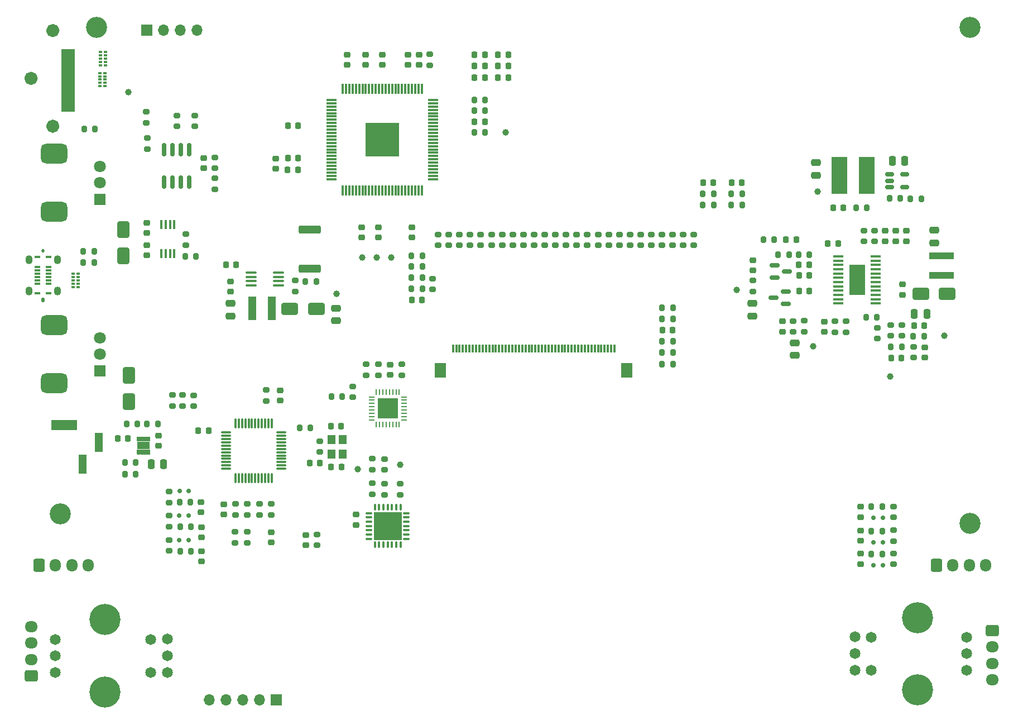
<source format=gbs>
G04 #@! TF.GenerationSoftware,KiCad,Pcbnew,9.0.0*
G04 #@! TF.CreationDate,2025-03-19T22:07:30+07:00*
G04 #@! TF.ProjectId,USB_Screen_V0,5553425f-5363-4726-9565-6e5f56302e6b,rev?*
G04 #@! TF.SameCoordinates,PX3f8d880PY80f7230*
G04 #@! TF.FileFunction,Soldermask,Bot*
G04 #@! TF.FilePolarity,Negative*
%FSLAX46Y46*%
G04 Gerber Fmt 4.6, Leading zero omitted, Abs format (unit mm)*
G04 Created by KiCad (PCBNEW 9.0.0) date 2025-03-19 22:07:30*
%MOMM*%
%LPD*%
G01*
G04 APERTURE LIST*
G04 Aperture macros list*
%AMRoundRect*
0 Rectangle with rounded corners*
0 $1 Rounding radius*
0 $2 $3 $4 $5 $6 $7 $8 $9 X,Y pos of 4 corners*
0 Add a 4 corners polygon primitive as box body*
4,1,4,$2,$3,$4,$5,$6,$7,$8,$9,$2,$3,0*
0 Add four circle primitives for the rounded corners*
1,1,$1+$1,$2,$3*
1,1,$1+$1,$4,$5*
1,1,$1+$1,$6,$7*
1,1,$1+$1,$8,$9*
0 Add four rect primitives between the rounded corners*
20,1,$1+$1,$2,$3,$4,$5,0*
20,1,$1+$1,$4,$5,$6,$7,0*
20,1,$1+$1,$6,$7,$8,$9,0*
20,1,$1+$1,$8,$9,$2,$3,0*%
G04 Aperture macros list end*
%ADD10C,1.013500*%
%ADD11C,0.010000*%
%ADD12C,3.200000*%
%ADD13R,1.800000X1.800000*%
%ADD14C,1.800000*%
%ADD15RoundRect,0.750000X1.250000X0.750000X-1.250000X0.750000X-1.250000X-0.750000X1.250000X-0.750000X0*%
%ADD16C,1.650000*%
%ADD17C,4.708000*%
%ADD18RoundRect,0.200000X-0.275000X0.200000X-0.275000X-0.200000X0.275000X-0.200000X0.275000X0.200000X0*%
%ADD19RoundRect,0.218750X0.218750X0.256250X-0.218750X0.256250X-0.218750X-0.256250X0.218750X-0.256250X0*%
%ADD20RoundRect,0.225000X-0.225000X-0.250000X0.225000X-0.250000X0.225000X0.250000X-0.225000X0.250000X0*%
%ADD21RoundRect,0.200000X-0.200000X-0.275000X0.200000X-0.275000X0.200000X0.275000X-0.200000X0.275000X0*%
%ADD22RoundRect,0.225000X0.250000X-0.225000X0.250000X0.225000X-0.250000X0.225000X-0.250000X-0.225000X0*%
%ADD23RoundRect,0.225000X0.225000X0.250000X-0.225000X0.250000X-0.225000X-0.250000X0.225000X-0.250000X0*%
%ADD24C,1.000000*%
%ADD25RoundRect,0.200000X0.275000X-0.200000X0.275000X0.200000X-0.275000X0.200000X-0.275000X-0.200000X0*%
%ADD26RoundRect,0.225000X-0.250000X0.225000X-0.250000X-0.225000X0.250000X-0.225000X0.250000X0.225000X0*%
%ADD27RoundRect,0.250000X-0.600000X-0.725000X0.600000X-0.725000X0.600000X0.725000X-0.600000X0.725000X0*%
%ADD28O,1.700000X1.950000*%
%ADD29RoundRect,0.075000X-0.200000X0.075000X-0.200000X-0.075000X0.200000X-0.075000X0.200000X0.075000X0*%
%ADD30RoundRect,0.200000X0.200000X0.275000X-0.200000X0.275000X-0.200000X-0.275000X0.200000X-0.275000X0*%
%ADD31RoundRect,0.250000X-0.475000X0.250000X-0.475000X-0.250000X0.475000X-0.250000X0.475000X0.250000X0*%
%ADD32RoundRect,0.250000X1.000000X0.650000X-1.000000X0.650000X-1.000000X-0.650000X1.000000X-0.650000X0*%
%ADD33RoundRect,0.150000X-0.150000X-0.200000X0.150000X-0.200000X0.150000X0.200000X-0.150000X0.200000X0*%
%ADD34R,1.700000X1.700000*%
%ADD35O,1.700000X1.700000*%
%ADD36R,0.450000X1.450000*%
%ADD37R,2.400000X4.680000*%
%ADD38RoundRect,0.100000X0.687500X0.100000X-0.687500X0.100000X-0.687500X-0.100000X0.687500X-0.100000X0*%
%ADD39RoundRect,0.250000X0.650000X-1.000000X0.650000X1.000000X-0.650000X1.000000X-0.650000X-1.000000X0*%
%ADD40C,0.520000*%
%ADD41O,0.520000X0.720000*%
%ADD42R,0.870000X0.300000*%
%ADD43O,1.100000X1.350000*%
%ADD44RoundRect,0.250000X-0.650000X1.000000X-0.650000X-1.000000X0.650000X-1.000000X0.650000X1.000000X0*%
%ADD45RoundRect,0.218750X-0.218750X-0.256250X0.218750X-0.256250X0.218750X0.256250X-0.218750X0.256250X0*%
%ADD46RoundRect,0.250000X0.475000X-0.250000X0.475000X0.250000X-0.475000X0.250000X-0.475000X-0.250000X0*%
%ADD47RoundRect,0.250000X-1.425000X0.362500X-1.425000X-0.362500X1.425000X-0.362500X1.425000X0.362500X0*%
%ADD48RoundRect,0.100000X-0.712500X-0.100000X0.712500X-0.100000X0.712500X0.100000X-0.712500X0.100000X0*%
%ADD49R,0.300000X1.300000*%
%ADD50R,1.800000X2.200000*%
%ADD51R,2.400000X5.700000*%
%ADD52RoundRect,0.150000X0.150000X0.200000X-0.150000X0.200000X-0.150000X-0.200000X0.150000X-0.200000X0*%
%ADD53RoundRect,0.150000X-0.512500X-0.150000X0.512500X-0.150000X0.512500X0.150000X-0.512500X0.150000X0*%
%ADD54RoundRect,0.250000X-1.000000X-0.650000X1.000000X-0.650000X1.000000X0.650000X-1.000000X0.650000X0*%
%ADD55RoundRect,0.250000X0.725000X-0.600000X0.725000X0.600000X-0.725000X0.600000X-0.725000X-0.600000X0*%
%ADD56O,1.950000X1.700000*%
%ADD57R,3.700000X1.100000*%
%ADD58R,1.200000X1.400000*%
%ADD59RoundRect,0.075000X-0.437500X-0.075000X0.437500X-0.075000X0.437500X0.075000X-0.437500X0.075000X0*%
%ADD60RoundRect,0.075000X-0.075000X-0.437500X0.075000X-0.437500X0.075000X0.437500X-0.075000X0.437500X0*%
%ADD61R,4.250000X4.250000*%
%ADD62RoundRect,0.218750X0.256250X-0.218750X0.256250X0.218750X-0.256250X0.218750X-0.256250X-0.218750X0*%
%ADD63RoundRect,0.150000X0.587500X0.150000X-0.587500X0.150000X-0.587500X-0.150000X0.587500X-0.150000X0*%
%ADD64RoundRect,0.250000X-0.725000X0.600000X-0.725000X-0.600000X0.725000X-0.600000X0.725000X0.600000X0*%
%ADD65R,4.000000X1.500000*%
%ADD66R,1.300000X3.000000*%
%ADD67RoundRect,0.250000X-0.250000X-0.475000X0.250000X-0.475000X0.250000X0.475000X-0.250000X0.475000X0*%
%ADD68RoundRect,0.150000X0.150000X-0.825000X0.150000X0.825000X-0.150000X0.825000X-0.150000X-0.825000X0*%
%ADD69RoundRect,0.150000X-0.587500X-0.150000X0.587500X-0.150000X0.587500X0.150000X-0.587500X0.150000X0*%
%ADD70RoundRect,0.062500X0.375000X0.062500X-0.375000X0.062500X-0.375000X-0.062500X0.375000X-0.062500X0*%
%ADD71RoundRect,0.062500X0.062500X0.375000X-0.062500X0.375000X-0.062500X-0.375000X0.062500X-0.375000X0*%
%ADD72R,3.100000X3.100000*%
%ADD73R,1.150000X3.600000*%
%ADD74RoundRect,0.075000X0.662500X0.075000X-0.662500X0.075000X-0.662500X-0.075000X0.662500X-0.075000X0*%
%ADD75RoundRect,0.075000X0.075000X0.662500X-0.075000X0.662500X-0.075000X-0.662500X0.075000X-0.662500X0*%
%ADD76RoundRect,0.250000X0.250000X0.475000X-0.250000X0.475000X-0.250000X-0.475000X0.250000X-0.475000X0*%
%ADD77R,1.600000X0.300000*%
%ADD78R,0.300000X1.600000*%
%ADD79R,5.200000X5.200000*%
G04 APERTURE END LIST*
D10*
X3344250Y96477500D02*
G75*
G02*
X2330750Y96477500I-506750J0D01*
G01*
X2330750Y96477500D02*
G75*
G02*
X3344250Y96477500I506750J0D01*
G01*
X6644250Y103727500D02*
G75*
G02*
X5630750Y103727500I-506750J0D01*
G01*
X5630750Y103727500D02*
G75*
G02*
X6644250Y103727500I506750J0D01*
G01*
X6644250Y89227500D02*
G75*
G02*
X5630750Y89227500I-506750J0D01*
G01*
X5630750Y89227500D02*
G75*
G02*
X6644250Y89227500I506750J0D01*
G01*
D11*
X9401000Y100475000D02*
X7474000Y100475000D01*
X7474000Y100900000D01*
X9401000Y100900000D01*
X9401000Y100475000D01*
G36*
X9401000Y100475000D02*
G01*
X7474000Y100475000D01*
X7474000Y100900000D01*
X9401000Y100900000D01*
X9401000Y100475000D01*
G37*
X9401000Y99975000D02*
X7474000Y99975000D01*
X7474000Y100400000D01*
X9401000Y100400000D01*
X9401000Y99975000D01*
G36*
X9401000Y99975000D02*
G01*
X7474000Y99975000D01*
X7474000Y100400000D01*
X9401000Y100400000D01*
X9401000Y99975000D01*
G37*
X9401000Y99475000D02*
X7474000Y99475000D01*
X7474000Y99900000D01*
X9401000Y99900000D01*
X9401000Y99475000D01*
G36*
X9401000Y99475000D02*
G01*
X7474000Y99475000D01*
X7474000Y99900000D01*
X9401000Y99900000D01*
X9401000Y99475000D01*
G37*
X9401000Y98975000D02*
X7474000Y98975000D01*
X7474000Y99400000D01*
X9401000Y99400000D01*
X9401000Y98975000D01*
G36*
X9401000Y98975000D02*
G01*
X7474000Y98975000D01*
X7474000Y99400000D01*
X9401000Y99400000D01*
X9401000Y98975000D01*
G37*
X9401000Y98475000D02*
X7474000Y98475000D01*
X7474000Y98900000D01*
X9401000Y98900000D01*
X9401000Y98475000D01*
G36*
X9401000Y98475000D02*
G01*
X7474000Y98475000D01*
X7474000Y98900000D01*
X9401000Y98900000D01*
X9401000Y98475000D01*
G37*
X9401000Y97975000D02*
X7474000Y97975000D01*
X7474000Y98400000D01*
X9401000Y98400000D01*
X9401000Y97975000D01*
G36*
X9401000Y97975000D02*
G01*
X7474000Y97975000D01*
X7474000Y98400000D01*
X9401000Y98400000D01*
X9401000Y97975000D01*
G37*
X9401000Y97475000D02*
X7474000Y97475000D01*
X7474000Y97900000D01*
X9401000Y97900000D01*
X9401000Y97475000D01*
G36*
X9401000Y97475000D02*
G01*
X7474000Y97475000D01*
X7474000Y97900000D01*
X9401000Y97900000D01*
X9401000Y97475000D01*
G37*
X9401000Y96975000D02*
X7474000Y96975000D01*
X7474000Y97400000D01*
X9401000Y97400000D01*
X9401000Y96975000D01*
G36*
X9401000Y96975000D02*
G01*
X7474000Y96975000D01*
X7474000Y97400000D01*
X9401000Y97400000D01*
X9401000Y96975000D01*
G37*
X9401000Y96475000D02*
X7474000Y96475000D01*
X7474000Y96900000D01*
X9401000Y96900000D01*
X9401000Y96475000D01*
G36*
X9401000Y96475000D02*
G01*
X7474000Y96475000D01*
X7474000Y96900000D01*
X9401000Y96900000D01*
X9401000Y96475000D01*
G37*
X9401000Y95975000D02*
X7474000Y95975000D01*
X7474000Y96400000D01*
X9401000Y96400000D01*
X9401000Y95975000D01*
G36*
X9401000Y95975000D02*
G01*
X7474000Y95975000D01*
X7474000Y96400000D01*
X9401000Y96400000D01*
X9401000Y95975000D01*
G37*
X9401000Y95475000D02*
X7474000Y95475000D01*
X7474000Y95900000D01*
X9401000Y95900000D01*
X9401000Y95475000D01*
G36*
X9401000Y95475000D02*
G01*
X7474000Y95475000D01*
X7474000Y95900000D01*
X9401000Y95900000D01*
X9401000Y95475000D01*
G37*
X9401000Y94975000D02*
X7474000Y94975000D01*
X7474000Y95400000D01*
X9401000Y95400000D01*
X9401000Y94975000D01*
G36*
X9401000Y94975000D02*
G01*
X7474000Y94975000D01*
X7474000Y95400000D01*
X9401000Y95400000D01*
X9401000Y94975000D01*
G37*
X9401000Y94475000D02*
X7474000Y94475000D01*
X7474000Y94900000D01*
X9401000Y94900000D01*
X9401000Y94475000D01*
G36*
X9401000Y94475000D02*
G01*
X7474000Y94475000D01*
X7474000Y94900000D01*
X9401000Y94900000D01*
X9401000Y94475000D01*
G37*
X9401000Y93975000D02*
X7474000Y93975000D01*
X7474000Y94400000D01*
X9401000Y94400000D01*
X9401000Y93975000D01*
G36*
X9401000Y93975000D02*
G01*
X7474000Y93975000D01*
X7474000Y94400000D01*
X9401000Y94400000D01*
X9401000Y93975000D01*
G37*
X9401000Y93475000D02*
X7474000Y93475000D01*
X7474000Y93900000D01*
X9401000Y93900000D01*
X9401000Y93475000D01*
G36*
X9401000Y93475000D02*
G01*
X7474000Y93475000D01*
X7474000Y93900000D01*
X9401000Y93900000D01*
X9401000Y93475000D01*
G37*
X9401000Y92975000D02*
X7474000Y92975000D01*
X7474000Y93400000D01*
X9401000Y93400000D01*
X9401000Y92975000D01*
G36*
X9401000Y92975000D02*
G01*
X7474000Y92975000D01*
X7474000Y93400000D01*
X9401000Y93400000D01*
X9401000Y92975000D01*
G37*
X9401000Y92475000D02*
X7474000Y92475000D01*
X7474000Y92900000D01*
X9401000Y92900000D01*
X9401000Y92475000D01*
G36*
X9401000Y92475000D02*
G01*
X7474000Y92475000D01*
X7474000Y92900000D01*
X9401000Y92900000D01*
X9401000Y92475000D01*
G37*
X9401000Y91975000D02*
X7474000Y91975000D01*
X7474000Y92400000D01*
X9401000Y92400000D01*
X9401000Y91975000D01*
G36*
X9401000Y91975000D02*
G01*
X7474000Y91975000D01*
X7474000Y92400000D01*
X9401000Y92400000D01*
X9401000Y91975000D01*
G37*
X9401000Y91475000D02*
X7474000Y91475000D01*
X7474000Y91900000D01*
X9401000Y91900000D01*
X9401000Y91475000D01*
G36*
X9401000Y91475000D02*
G01*
X7474000Y91475000D01*
X7474000Y91900000D01*
X9401000Y91900000D01*
X9401000Y91475000D01*
G37*
X19253000Y42164000D02*
X19255000Y42164000D01*
X19258000Y42163000D01*
X19260000Y42163000D01*
X19263000Y42162000D01*
X19265000Y42161000D01*
X19268000Y42160000D01*
X19270000Y42158000D01*
X19272000Y42157000D01*
X19274000Y42155000D01*
X19276000Y42154000D01*
X19278000Y42152000D01*
X19280000Y42150000D01*
X19282000Y42148000D01*
X19284000Y42146000D01*
X19285000Y42144000D01*
X19287000Y42142000D01*
X19288000Y42140000D01*
X19290000Y42138000D01*
X19291000Y42135000D01*
X19292000Y42133000D01*
X19293000Y42130000D01*
X19293000Y42128000D01*
X19294000Y42125000D01*
X19294000Y42123000D01*
X19295000Y42120000D01*
X19295000Y42118000D01*
X19295000Y42115000D01*
X19295000Y41575000D01*
X19295000Y41572000D01*
X19295000Y41570000D01*
X19294000Y41567000D01*
X19294000Y41565000D01*
X19293000Y41562000D01*
X19293000Y41560000D01*
X19292000Y41557000D01*
X19291000Y41555000D01*
X19290000Y41552000D01*
X19288000Y41550000D01*
X19287000Y41548000D01*
X19285000Y41546000D01*
X19284000Y41544000D01*
X19282000Y41542000D01*
X19280000Y41540000D01*
X19278000Y41538000D01*
X19276000Y41536000D01*
X19274000Y41535000D01*
X19272000Y41533000D01*
X19270000Y41532000D01*
X19268000Y41530000D01*
X19265000Y41529000D01*
X19263000Y41528000D01*
X19260000Y41527000D01*
X19258000Y41527000D01*
X19255000Y41526000D01*
X19253000Y41526000D01*
X19250000Y41525000D01*
X19248000Y41525000D01*
X19245000Y41525000D01*
X18955000Y41525000D01*
X18952000Y41525000D01*
X18950000Y41525000D01*
X18947000Y41526000D01*
X18945000Y41526000D01*
X18942000Y41527000D01*
X18940000Y41527000D01*
X18937000Y41528000D01*
X18935000Y41529000D01*
X18932000Y41530000D01*
X18930000Y41532000D01*
X18928000Y41533000D01*
X18926000Y41535000D01*
X18924000Y41536000D01*
X18922000Y41538000D01*
X18920000Y41540000D01*
X18918000Y41542000D01*
X18916000Y41544000D01*
X18915000Y41546000D01*
X18913000Y41548000D01*
X18912000Y41550000D01*
X18910000Y41552000D01*
X18909000Y41555000D01*
X18908000Y41557000D01*
X18907000Y41560000D01*
X18907000Y41562000D01*
X18906000Y41565000D01*
X18906000Y41567000D01*
X18905000Y41570000D01*
X18905000Y41572000D01*
X18905000Y41575000D01*
X18905000Y42115000D01*
X18905000Y42118000D01*
X18905000Y42120000D01*
X18906000Y42123000D01*
X18906000Y42125000D01*
X18907000Y42128000D01*
X18907000Y42130000D01*
X18908000Y42133000D01*
X18909000Y42135000D01*
X18910000Y42138000D01*
X18912000Y42140000D01*
X18913000Y42142000D01*
X18915000Y42144000D01*
X18916000Y42146000D01*
X18918000Y42148000D01*
X18920000Y42150000D01*
X18922000Y42152000D01*
X18924000Y42154000D01*
X18926000Y42155000D01*
X18928000Y42157000D01*
X18930000Y42158000D01*
X18932000Y42160000D01*
X18935000Y42161000D01*
X18937000Y42162000D01*
X18940000Y42163000D01*
X18942000Y42163000D01*
X18945000Y42164000D01*
X18947000Y42164000D01*
X18950000Y42165000D01*
X18952000Y42165000D01*
X18955000Y42165000D01*
X19245000Y42165000D01*
X19248000Y42165000D01*
X19250000Y42165000D01*
X19253000Y42164000D01*
G36*
X19253000Y42164000D02*
G01*
X19255000Y42164000D01*
X19258000Y42163000D01*
X19260000Y42163000D01*
X19263000Y42162000D01*
X19265000Y42161000D01*
X19268000Y42160000D01*
X19270000Y42158000D01*
X19272000Y42157000D01*
X19274000Y42155000D01*
X19276000Y42154000D01*
X19278000Y42152000D01*
X19280000Y42150000D01*
X19282000Y42148000D01*
X19284000Y42146000D01*
X19285000Y42144000D01*
X19287000Y42142000D01*
X19288000Y42140000D01*
X19290000Y42138000D01*
X19291000Y42135000D01*
X19292000Y42133000D01*
X19293000Y42130000D01*
X19293000Y42128000D01*
X19294000Y42125000D01*
X19294000Y42123000D01*
X19295000Y42120000D01*
X19295000Y42118000D01*
X19295000Y42115000D01*
X19295000Y41575000D01*
X19295000Y41572000D01*
X19295000Y41570000D01*
X19294000Y41567000D01*
X19294000Y41565000D01*
X19293000Y41562000D01*
X19293000Y41560000D01*
X19292000Y41557000D01*
X19291000Y41555000D01*
X19290000Y41552000D01*
X19288000Y41550000D01*
X19287000Y41548000D01*
X19285000Y41546000D01*
X19284000Y41544000D01*
X19282000Y41542000D01*
X19280000Y41540000D01*
X19278000Y41538000D01*
X19276000Y41536000D01*
X19274000Y41535000D01*
X19272000Y41533000D01*
X19270000Y41532000D01*
X19268000Y41530000D01*
X19265000Y41529000D01*
X19263000Y41528000D01*
X19260000Y41527000D01*
X19258000Y41527000D01*
X19255000Y41526000D01*
X19253000Y41526000D01*
X19250000Y41525000D01*
X19248000Y41525000D01*
X19245000Y41525000D01*
X18955000Y41525000D01*
X18952000Y41525000D01*
X18950000Y41525000D01*
X18947000Y41526000D01*
X18945000Y41526000D01*
X18942000Y41527000D01*
X18940000Y41527000D01*
X18937000Y41528000D01*
X18935000Y41529000D01*
X18932000Y41530000D01*
X18930000Y41532000D01*
X18928000Y41533000D01*
X18926000Y41535000D01*
X18924000Y41536000D01*
X18922000Y41538000D01*
X18920000Y41540000D01*
X18918000Y41542000D01*
X18916000Y41544000D01*
X18915000Y41546000D01*
X18913000Y41548000D01*
X18912000Y41550000D01*
X18910000Y41552000D01*
X18909000Y41555000D01*
X18908000Y41557000D01*
X18907000Y41560000D01*
X18907000Y41562000D01*
X18906000Y41565000D01*
X18906000Y41567000D01*
X18905000Y41570000D01*
X18905000Y41572000D01*
X18905000Y41575000D01*
X18905000Y42115000D01*
X18905000Y42118000D01*
X18905000Y42120000D01*
X18906000Y42123000D01*
X18906000Y42125000D01*
X18907000Y42128000D01*
X18907000Y42130000D01*
X18908000Y42133000D01*
X18909000Y42135000D01*
X18910000Y42138000D01*
X18912000Y42140000D01*
X18913000Y42142000D01*
X18915000Y42144000D01*
X18916000Y42146000D01*
X18918000Y42148000D01*
X18920000Y42150000D01*
X18922000Y42152000D01*
X18924000Y42154000D01*
X18926000Y42155000D01*
X18928000Y42157000D01*
X18930000Y42158000D01*
X18932000Y42160000D01*
X18935000Y42161000D01*
X18937000Y42162000D01*
X18940000Y42163000D01*
X18942000Y42163000D01*
X18945000Y42164000D01*
X18947000Y42164000D01*
X18950000Y42165000D01*
X18952000Y42165000D01*
X18955000Y42165000D01*
X19245000Y42165000D01*
X19248000Y42165000D01*
X19250000Y42165000D01*
X19253000Y42164000D01*
G37*
X19253000Y40194000D02*
X19255000Y40194000D01*
X19258000Y40193000D01*
X19260000Y40193000D01*
X19263000Y40192000D01*
X19265000Y40191000D01*
X19268000Y40190000D01*
X19270000Y40188000D01*
X19272000Y40187000D01*
X19274000Y40185000D01*
X19276000Y40184000D01*
X19278000Y40182000D01*
X19280000Y40180000D01*
X19282000Y40178000D01*
X19284000Y40176000D01*
X19285000Y40174000D01*
X19287000Y40172000D01*
X19288000Y40170000D01*
X19290000Y40168000D01*
X19291000Y40165000D01*
X19292000Y40163000D01*
X19293000Y40160000D01*
X19293000Y40158000D01*
X19294000Y40155000D01*
X19294000Y40153000D01*
X19295000Y40150000D01*
X19295000Y40148000D01*
X19295000Y40145000D01*
X19295000Y39605000D01*
X19295000Y39602000D01*
X19295000Y39600000D01*
X19294000Y39597000D01*
X19294000Y39595000D01*
X19293000Y39592000D01*
X19293000Y39590000D01*
X19292000Y39587000D01*
X19291000Y39585000D01*
X19290000Y39582000D01*
X19288000Y39580000D01*
X19287000Y39578000D01*
X19285000Y39576000D01*
X19284000Y39574000D01*
X19282000Y39572000D01*
X19280000Y39570000D01*
X19278000Y39568000D01*
X19276000Y39566000D01*
X19274000Y39565000D01*
X19272000Y39563000D01*
X19270000Y39562000D01*
X19268000Y39560000D01*
X19265000Y39559000D01*
X19263000Y39558000D01*
X19260000Y39557000D01*
X19258000Y39557000D01*
X19255000Y39556000D01*
X19253000Y39556000D01*
X19250000Y39555000D01*
X19248000Y39555000D01*
X19245000Y39555000D01*
X18955000Y39555000D01*
X18952000Y39555000D01*
X18950000Y39555000D01*
X18947000Y39556000D01*
X18945000Y39556000D01*
X18942000Y39557000D01*
X18940000Y39557000D01*
X18937000Y39558000D01*
X18935000Y39559000D01*
X18932000Y39560000D01*
X18930000Y39562000D01*
X18928000Y39563000D01*
X18926000Y39565000D01*
X18924000Y39566000D01*
X18922000Y39568000D01*
X18920000Y39570000D01*
X18918000Y39572000D01*
X18916000Y39574000D01*
X18915000Y39576000D01*
X18913000Y39578000D01*
X18912000Y39580000D01*
X18910000Y39582000D01*
X18909000Y39585000D01*
X18908000Y39587000D01*
X18907000Y39590000D01*
X18907000Y39592000D01*
X18906000Y39595000D01*
X18906000Y39597000D01*
X18905000Y39600000D01*
X18905000Y39602000D01*
X18905000Y39605000D01*
X18905000Y40145000D01*
X18905000Y40148000D01*
X18905000Y40150000D01*
X18906000Y40153000D01*
X18906000Y40155000D01*
X18907000Y40158000D01*
X18907000Y40160000D01*
X18908000Y40163000D01*
X18909000Y40165000D01*
X18910000Y40168000D01*
X18912000Y40170000D01*
X18913000Y40172000D01*
X18915000Y40174000D01*
X18916000Y40176000D01*
X18918000Y40178000D01*
X18920000Y40180000D01*
X18922000Y40182000D01*
X18924000Y40184000D01*
X18926000Y40185000D01*
X18928000Y40187000D01*
X18930000Y40188000D01*
X18932000Y40190000D01*
X18935000Y40191000D01*
X18937000Y40192000D01*
X18940000Y40193000D01*
X18942000Y40193000D01*
X18945000Y40194000D01*
X18947000Y40194000D01*
X18950000Y40195000D01*
X18952000Y40195000D01*
X18955000Y40195000D01*
X19245000Y40195000D01*
X19248000Y40195000D01*
X19250000Y40195000D01*
X19253000Y40194000D01*
G36*
X19253000Y40194000D02*
G01*
X19255000Y40194000D01*
X19258000Y40193000D01*
X19260000Y40193000D01*
X19263000Y40192000D01*
X19265000Y40191000D01*
X19268000Y40190000D01*
X19270000Y40188000D01*
X19272000Y40187000D01*
X19274000Y40185000D01*
X19276000Y40184000D01*
X19278000Y40182000D01*
X19280000Y40180000D01*
X19282000Y40178000D01*
X19284000Y40176000D01*
X19285000Y40174000D01*
X19287000Y40172000D01*
X19288000Y40170000D01*
X19290000Y40168000D01*
X19291000Y40165000D01*
X19292000Y40163000D01*
X19293000Y40160000D01*
X19293000Y40158000D01*
X19294000Y40155000D01*
X19294000Y40153000D01*
X19295000Y40150000D01*
X19295000Y40148000D01*
X19295000Y40145000D01*
X19295000Y39605000D01*
X19295000Y39602000D01*
X19295000Y39600000D01*
X19294000Y39597000D01*
X19294000Y39595000D01*
X19293000Y39592000D01*
X19293000Y39590000D01*
X19292000Y39587000D01*
X19291000Y39585000D01*
X19290000Y39582000D01*
X19288000Y39580000D01*
X19287000Y39578000D01*
X19285000Y39576000D01*
X19284000Y39574000D01*
X19282000Y39572000D01*
X19280000Y39570000D01*
X19278000Y39568000D01*
X19276000Y39566000D01*
X19274000Y39565000D01*
X19272000Y39563000D01*
X19270000Y39562000D01*
X19268000Y39560000D01*
X19265000Y39559000D01*
X19263000Y39558000D01*
X19260000Y39557000D01*
X19258000Y39557000D01*
X19255000Y39556000D01*
X19253000Y39556000D01*
X19250000Y39555000D01*
X19248000Y39555000D01*
X19245000Y39555000D01*
X18955000Y39555000D01*
X18952000Y39555000D01*
X18950000Y39555000D01*
X18947000Y39556000D01*
X18945000Y39556000D01*
X18942000Y39557000D01*
X18940000Y39557000D01*
X18937000Y39558000D01*
X18935000Y39559000D01*
X18932000Y39560000D01*
X18930000Y39562000D01*
X18928000Y39563000D01*
X18926000Y39565000D01*
X18924000Y39566000D01*
X18922000Y39568000D01*
X18920000Y39570000D01*
X18918000Y39572000D01*
X18916000Y39574000D01*
X18915000Y39576000D01*
X18913000Y39578000D01*
X18912000Y39580000D01*
X18910000Y39582000D01*
X18909000Y39585000D01*
X18908000Y39587000D01*
X18907000Y39590000D01*
X18907000Y39592000D01*
X18906000Y39595000D01*
X18906000Y39597000D01*
X18905000Y39600000D01*
X18905000Y39602000D01*
X18905000Y39605000D01*
X18905000Y40145000D01*
X18905000Y40148000D01*
X18905000Y40150000D01*
X18906000Y40153000D01*
X18906000Y40155000D01*
X18907000Y40158000D01*
X18907000Y40160000D01*
X18908000Y40163000D01*
X18909000Y40165000D01*
X18910000Y40168000D01*
X18912000Y40170000D01*
X18913000Y40172000D01*
X18915000Y40174000D01*
X18916000Y40176000D01*
X18918000Y40178000D01*
X18920000Y40180000D01*
X18922000Y40182000D01*
X18924000Y40184000D01*
X18926000Y40185000D01*
X18928000Y40187000D01*
X18930000Y40188000D01*
X18932000Y40190000D01*
X18935000Y40191000D01*
X18937000Y40192000D01*
X18940000Y40193000D01*
X18942000Y40193000D01*
X18945000Y40194000D01*
X18947000Y40194000D01*
X18950000Y40195000D01*
X18952000Y40195000D01*
X18955000Y40195000D01*
X19245000Y40195000D01*
X19248000Y40195000D01*
X19250000Y40195000D01*
X19253000Y40194000D01*
G37*
X19753000Y42164000D02*
X19755000Y42164000D01*
X19758000Y42163000D01*
X19760000Y42163000D01*
X19763000Y42162000D01*
X19765000Y42161000D01*
X19768000Y42160000D01*
X19770000Y42158000D01*
X19772000Y42157000D01*
X19774000Y42155000D01*
X19776000Y42154000D01*
X19778000Y42152000D01*
X19780000Y42150000D01*
X19782000Y42148000D01*
X19784000Y42146000D01*
X19785000Y42144000D01*
X19787000Y42142000D01*
X19788000Y42140000D01*
X19790000Y42138000D01*
X19791000Y42135000D01*
X19792000Y42133000D01*
X19793000Y42130000D01*
X19793000Y42128000D01*
X19794000Y42125000D01*
X19794000Y42123000D01*
X19795000Y42120000D01*
X19795000Y42118000D01*
X19795000Y42115000D01*
X19795000Y41575000D01*
X19795000Y41572000D01*
X19795000Y41570000D01*
X19794000Y41567000D01*
X19794000Y41565000D01*
X19793000Y41562000D01*
X19793000Y41560000D01*
X19792000Y41557000D01*
X19791000Y41555000D01*
X19790000Y41552000D01*
X19788000Y41550000D01*
X19787000Y41548000D01*
X19785000Y41546000D01*
X19784000Y41544000D01*
X19782000Y41542000D01*
X19780000Y41540000D01*
X19778000Y41538000D01*
X19776000Y41536000D01*
X19774000Y41535000D01*
X19772000Y41533000D01*
X19770000Y41532000D01*
X19768000Y41530000D01*
X19765000Y41529000D01*
X19763000Y41528000D01*
X19760000Y41527000D01*
X19758000Y41527000D01*
X19755000Y41526000D01*
X19753000Y41526000D01*
X19750000Y41525000D01*
X19748000Y41525000D01*
X19745000Y41525000D01*
X19455000Y41525000D01*
X19452000Y41525000D01*
X19450000Y41525000D01*
X19447000Y41526000D01*
X19445000Y41526000D01*
X19442000Y41527000D01*
X19440000Y41527000D01*
X19437000Y41528000D01*
X19435000Y41529000D01*
X19432000Y41530000D01*
X19430000Y41532000D01*
X19428000Y41533000D01*
X19426000Y41535000D01*
X19424000Y41536000D01*
X19422000Y41538000D01*
X19420000Y41540000D01*
X19418000Y41542000D01*
X19416000Y41544000D01*
X19415000Y41546000D01*
X19413000Y41548000D01*
X19412000Y41550000D01*
X19410000Y41552000D01*
X19409000Y41555000D01*
X19408000Y41557000D01*
X19407000Y41560000D01*
X19407000Y41562000D01*
X19406000Y41565000D01*
X19406000Y41567000D01*
X19405000Y41570000D01*
X19405000Y41572000D01*
X19405000Y41575000D01*
X19405000Y42115000D01*
X19405000Y42118000D01*
X19405000Y42120000D01*
X19406000Y42123000D01*
X19406000Y42125000D01*
X19407000Y42128000D01*
X19407000Y42130000D01*
X19408000Y42133000D01*
X19409000Y42135000D01*
X19410000Y42138000D01*
X19412000Y42140000D01*
X19413000Y42142000D01*
X19415000Y42144000D01*
X19416000Y42146000D01*
X19418000Y42148000D01*
X19420000Y42150000D01*
X19422000Y42152000D01*
X19424000Y42154000D01*
X19426000Y42155000D01*
X19428000Y42157000D01*
X19430000Y42158000D01*
X19432000Y42160000D01*
X19435000Y42161000D01*
X19437000Y42162000D01*
X19440000Y42163000D01*
X19442000Y42163000D01*
X19445000Y42164000D01*
X19447000Y42164000D01*
X19450000Y42165000D01*
X19452000Y42165000D01*
X19455000Y42165000D01*
X19745000Y42165000D01*
X19748000Y42165000D01*
X19750000Y42165000D01*
X19753000Y42164000D01*
G36*
X19753000Y42164000D02*
G01*
X19755000Y42164000D01*
X19758000Y42163000D01*
X19760000Y42163000D01*
X19763000Y42162000D01*
X19765000Y42161000D01*
X19768000Y42160000D01*
X19770000Y42158000D01*
X19772000Y42157000D01*
X19774000Y42155000D01*
X19776000Y42154000D01*
X19778000Y42152000D01*
X19780000Y42150000D01*
X19782000Y42148000D01*
X19784000Y42146000D01*
X19785000Y42144000D01*
X19787000Y42142000D01*
X19788000Y42140000D01*
X19790000Y42138000D01*
X19791000Y42135000D01*
X19792000Y42133000D01*
X19793000Y42130000D01*
X19793000Y42128000D01*
X19794000Y42125000D01*
X19794000Y42123000D01*
X19795000Y42120000D01*
X19795000Y42118000D01*
X19795000Y42115000D01*
X19795000Y41575000D01*
X19795000Y41572000D01*
X19795000Y41570000D01*
X19794000Y41567000D01*
X19794000Y41565000D01*
X19793000Y41562000D01*
X19793000Y41560000D01*
X19792000Y41557000D01*
X19791000Y41555000D01*
X19790000Y41552000D01*
X19788000Y41550000D01*
X19787000Y41548000D01*
X19785000Y41546000D01*
X19784000Y41544000D01*
X19782000Y41542000D01*
X19780000Y41540000D01*
X19778000Y41538000D01*
X19776000Y41536000D01*
X19774000Y41535000D01*
X19772000Y41533000D01*
X19770000Y41532000D01*
X19768000Y41530000D01*
X19765000Y41529000D01*
X19763000Y41528000D01*
X19760000Y41527000D01*
X19758000Y41527000D01*
X19755000Y41526000D01*
X19753000Y41526000D01*
X19750000Y41525000D01*
X19748000Y41525000D01*
X19745000Y41525000D01*
X19455000Y41525000D01*
X19452000Y41525000D01*
X19450000Y41525000D01*
X19447000Y41526000D01*
X19445000Y41526000D01*
X19442000Y41527000D01*
X19440000Y41527000D01*
X19437000Y41528000D01*
X19435000Y41529000D01*
X19432000Y41530000D01*
X19430000Y41532000D01*
X19428000Y41533000D01*
X19426000Y41535000D01*
X19424000Y41536000D01*
X19422000Y41538000D01*
X19420000Y41540000D01*
X19418000Y41542000D01*
X19416000Y41544000D01*
X19415000Y41546000D01*
X19413000Y41548000D01*
X19412000Y41550000D01*
X19410000Y41552000D01*
X19409000Y41555000D01*
X19408000Y41557000D01*
X19407000Y41560000D01*
X19407000Y41562000D01*
X19406000Y41565000D01*
X19406000Y41567000D01*
X19405000Y41570000D01*
X19405000Y41572000D01*
X19405000Y41575000D01*
X19405000Y42115000D01*
X19405000Y42118000D01*
X19405000Y42120000D01*
X19406000Y42123000D01*
X19406000Y42125000D01*
X19407000Y42128000D01*
X19407000Y42130000D01*
X19408000Y42133000D01*
X19409000Y42135000D01*
X19410000Y42138000D01*
X19412000Y42140000D01*
X19413000Y42142000D01*
X19415000Y42144000D01*
X19416000Y42146000D01*
X19418000Y42148000D01*
X19420000Y42150000D01*
X19422000Y42152000D01*
X19424000Y42154000D01*
X19426000Y42155000D01*
X19428000Y42157000D01*
X19430000Y42158000D01*
X19432000Y42160000D01*
X19435000Y42161000D01*
X19437000Y42162000D01*
X19440000Y42163000D01*
X19442000Y42163000D01*
X19445000Y42164000D01*
X19447000Y42164000D01*
X19450000Y42165000D01*
X19452000Y42165000D01*
X19455000Y42165000D01*
X19745000Y42165000D01*
X19748000Y42165000D01*
X19750000Y42165000D01*
X19753000Y42164000D01*
G37*
X19753000Y40194000D02*
X19755000Y40194000D01*
X19758000Y40193000D01*
X19760000Y40193000D01*
X19763000Y40192000D01*
X19765000Y40191000D01*
X19768000Y40190000D01*
X19770000Y40188000D01*
X19772000Y40187000D01*
X19774000Y40185000D01*
X19776000Y40184000D01*
X19778000Y40182000D01*
X19780000Y40180000D01*
X19782000Y40178000D01*
X19784000Y40176000D01*
X19785000Y40174000D01*
X19787000Y40172000D01*
X19788000Y40170000D01*
X19790000Y40168000D01*
X19791000Y40165000D01*
X19792000Y40163000D01*
X19793000Y40160000D01*
X19793000Y40158000D01*
X19794000Y40155000D01*
X19794000Y40153000D01*
X19795000Y40150000D01*
X19795000Y40148000D01*
X19795000Y40145000D01*
X19795000Y39605000D01*
X19795000Y39602000D01*
X19795000Y39600000D01*
X19794000Y39597000D01*
X19794000Y39595000D01*
X19793000Y39592000D01*
X19793000Y39590000D01*
X19792000Y39587000D01*
X19791000Y39585000D01*
X19790000Y39582000D01*
X19788000Y39580000D01*
X19787000Y39578000D01*
X19785000Y39576000D01*
X19784000Y39574000D01*
X19782000Y39572000D01*
X19780000Y39570000D01*
X19778000Y39568000D01*
X19776000Y39566000D01*
X19774000Y39565000D01*
X19772000Y39563000D01*
X19770000Y39562000D01*
X19768000Y39560000D01*
X19765000Y39559000D01*
X19763000Y39558000D01*
X19760000Y39557000D01*
X19758000Y39557000D01*
X19755000Y39556000D01*
X19753000Y39556000D01*
X19750000Y39555000D01*
X19748000Y39555000D01*
X19745000Y39555000D01*
X19455000Y39555000D01*
X19452000Y39555000D01*
X19450000Y39555000D01*
X19447000Y39556000D01*
X19445000Y39556000D01*
X19442000Y39557000D01*
X19440000Y39557000D01*
X19437000Y39558000D01*
X19435000Y39559000D01*
X19432000Y39560000D01*
X19430000Y39562000D01*
X19428000Y39563000D01*
X19426000Y39565000D01*
X19424000Y39566000D01*
X19422000Y39568000D01*
X19420000Y39570000D01*
X19418000Y39572000D01*
X19416000Y39574000D01*
X19415000Y39576000D01*
X19413000Y39578000D01*
X19412000Y39580000D01*
X19410000Y39582000D01*
X19409000Y39585000D01*
X19408000Y39587000D01*
X19407000Y39590000D01*
X19407000Y39592000D01*
X19406000Y39595000D01*
X19406000Y39597000D01*
X19405000Y39600000D01*
X19405000Y39602000D01*
X19405000Y39605000D01*
X19405000Y40145000D01*
X19405000Y40148000D01*
X19405000Y40150000D01*
X19406000Y40153000D01*
X19406000Y40155000D01*
X19407000Y40158000D01*
X19407000Y40160000D01*
X19408000Y40163000D01*
X19409000Y40165000D01*
X19410000Y40168000D01*
X19412000Y40170000D01*
X19413000Y40172000D01*
X19415000Y40174000D01*
X19416000Y40176000D01*
X19418000Y40178000D01*
X19420000Y40180000D01*
X19422000Y40182000D01*
X19424000Y40184000D01*
X19426000Y40185000D01*
X19428000Y40187000D01*
X19430000Y40188000D01*
X19432000Y40190000D01*
X19435000Y40191000D01*
X19437000Y40192000D01*
X19440000Y40193000D01*
X19442000Y40193000D01*
X19445000Y40194000D01*
X19447000Y40194000D01*
X19450000Y40195000D01*
X19452000Y40195000D01*
X19455000Y40195000D01*
X19745000Y40195000D01*
X19748000Y40195000D01*
X19750000Y40195000D01*
X19753000Y40194000D01*
G36*
X19753000Y40194000D02*
G01*
X19755000Y40194000D01*
X19758000Y40193000D01*
X19760000Y40193000D01*
X19763000Y40192000D01*
X19765000Y40191000D01*
X19768000Y40190000D01*
X19770000Y40188000D01*
X19772000Y40187000D01*
X19774000Y40185000D01*
X19776000Y40184000D01*
X19778000Y40182000D01*
X19780000Y40180000D01*
X19782000Y40178000D01*
X19784000Y40176000D01*
X19785000Y40174000D01*
X19787000Y40172000D01*
X19788000Y40170000D01*
X19790000Y40168000D01*
X19791000Y40165000D01*
X19792000Y40163000D01*
X19793000Y40160000D01*
X19793000Y40158000D01*
X19794000Y40155000D01*
X19794000Y40153000D01*
X19795000Y40150000D01*
X19795000Y40148000D01*
X19795000Y40145000D01*
X19795000Y39605000D01*
X19795000Y39602000D01*
X19795000Y39600000D01*
X19794000Y39597000D01*
X19794000Y39595000D01*
X19793000Y39592000D01*
X19793000Y39590000D01*
X19792000Y39587000D01*
X19791000Y39585000D01*
X19790000Y39582000D01*
X19788000Y39580000D01*
X19787000Y39578000D01*
X19785000Y39576000D01*
X19784000Y39574000D01*
X19782000Y39572000D01*
X19780000Y39570000D01*
X19778000Y39568000D01*
X19776000Y39566000D01*
X19774000Y39565000D01*
X19772000Y39563000D01*
X19770000Y39562000D01*
X19768000Y39560000D01*
X19765000Y39559000D01*
X19763000Y39558000D01*
X19760000Y39557000D01*
X19758000Y39557000D01*
X19755000Y39556000D01*
X19753000Y39556000D01*
X19750000Y39555000D01*
X19748000Y39555000D01*
X19745000Y39555000D01*
X19455000Y39555000D01*
X19452000Y39555000D01*
X19450000Y39555000D01*
X19447000Y39556000D01*
X19445000Y39556000D01*
X19442000Y39557000D01*
X19440000Y39557000D01*
X19437000Y39558000D01*
X19435000Y39559000D01*
X19432000Y39560000D01*
X19430000Y39562000D01*
X19428000Y39563000D01*
X19426000Y39565000D01*
X19424000Y39566000D01*
X19422000Y39568000D01*
X19420000Y39570000D01*
X19418000Y39572000D01*
X19416000Y39574000D01*
X19415000Y39576000D01*
X19413000Y39578000D01*
X19412000Y39580000D01*
X19410000Y39582000D01*
X19409000Y39585000D01*
X19408000Y39587000D01*
X19407000Y39590000D01*
X19407000Y39592000D01*
X19406000Y39595000D01*
X19406000Y39597000D01*
X19405000Y39600000D01*
X19405000Y39602000D01*
X19405000Y39605000D01*
X19405000Y40145000D01*
X19405000Y40148000D01*
X19405000Y40150000D01*
X19406000Y40153000D01*
X19406000Y40155000D01*
X19407000Y40158000D01*
X19407000Y40160000D01*
X19408000Y40163000D01*
X19409000Y40165000D01*
X19410000Y40168000D01*
X19412000Y40170000D01*
X19413000Y40172000D01*
X19415000Y40174000D01*
X19416000Y40176000D01*
X19418000Y40178000D01*
X19420000Y40180000D01*
X19422000Y40182000D01*
X19424000Y40184000D01*
X19426000Y40185000D01*
X19428000Y40187000D01*
X19430000Y40188000D01*
X19432000Y40190000D01*
X19435000Y40191000D01*
X19437000Y40192000D01*
X19440000Y40193000D01*
X19442000Y40193000D01*
X19445000Y40194000D01*
X19447000Y40194000D01*
X19450000Y40195000D01*
X19452000Y40195000D01*
X19455000Y40195000D01*
X19745000Y40195000D01*
X19748000Y40195000D01*
X19750000Y40195000D01*
X19753000Y40194000D01*
G37*
X20253000Y42164000D02*
X20255000Y42164000D01*
X20258000Y42163000D01*
X20260000Y42163000D01*
X20263000Y42162000D01*
X20265000Y42161000D01*
X20268000Y42160000D01*
X20270000Y42158000D01*
X20272000Y42157000D01*
X20274000Y42155000D01*
X20276000Y42154000D01*
X20278000Y42152000D01*
X20280000Y42150000D01*
X20282000Y42148000D01*
X20284000Y42146000D01*
X20285000Y42144000D01*
X20287000Y42142000D01*
X20288000Y42140000D01*
X20290000Y42138000D01*
X20291000Y42135000D01*
X20292000Y42133000D01*
X20293000Y42130000D01*
X20293000Y42128000D01*
X20294000Y42125000D01*
X20294000Y42123000D01*
X20295000Y42120000D01*
X20295000Y42118000D01*
X20295000Y42115000D01*
X20295000Y41575000D01*
X20295000Y41572000D01*
X20295000Y41570000D01*
X20294000Y41567000D01*
X20294000Y41565000D01*
X20293000Y41562000D01*
X20293000Y41560000D01*
X20292000Y41557000D01*
X20291000Y41555000D01*
X20290000Y41552000D01*
X20288000Y41550000D01*
X20287000Y41548000D01*
X20285000Y41546000D01*
X20284000Y41544000D01*
X20282000Y41542000D01*
X20280000Y41540000D01*
X20278000Y41538000D01*
X20276000Y41536000D01*
X20274000Y41535000D01*
X20272000Y41533000D01*
X20270000Y41532000D01*
X20268000Y41530000D01*
X20265000Y41529000D01*
X20263000Y41528000D01*
X20260000Y41527000D01*
X20258000Y41527000D01*
X20255000Y41526000D01*
X20253000Y41526000D01*
X20250000Y41525000D01*
X20248000Y41525000D01*
X20245000Y41525000D01*
X19955000Y41525000D01*
X19952000Y41525000D01*
X19950000Y41525000D01*
X19947000Y41526000D01*
X19945000Y41526000D01*
X19942000Y41527000D01*
X19940000Y41527000D01*
X19937000Y41528000D01*
X19935000Y41529000D01*
X19932000Y41530000D01*
X19930000Y41532000D01*
X19928000Y41533000D01*
X19926000Y41535000D01*
X19924000Y41536000D01*
X19922000Y41538000D01*
X19920000Y41540000D01*
X19918000Y41542000D01*
X19916000Y41544000D01*
X19915000Y41546000D01*
X19913000Y41548000D01*
X19912000Y41550000D01*
X19910000Y41552000D01*
X19909000Y41555000D01*
X19908000Y41557000D01*
X19907000Y41560000D01*
X19907000Y41562000D01*
X19906000Y41565000D01*
X19906000Y41567000D01*
X19905000Y41570000D01*
X19905000Y41572000D01*
X19905000Y41575000D01*
X19905000Y42115000D01*
X19905000Y42118000D01*
X19905000Y42120000D01*
X19906000Y42123000D01*
X19906000Y42125000D01*
X19907000Y42128000D01*
X19907000Y42130000D01*
X19908000Y42133000D01*
X19909000Y42135000D01*
X19910000Y42138000D01*
X19912000Y42140000D01*
X19913000Y42142000D01*
X19915000Y42144000D01*
X19916000Y42146000D01*
X19918000Y42148000D01*
X19920000Y42150000D01*
X19922000Y42152000D01*
X19924000Y42154000D01*
X19926000Y42155000D01*
X19928000Y42157000D01*
X19930000Y42158000D01*
X19932000Y42160000D01*
X19935000Y42161000D01*
X19937000Y42162000D01*
X19940000Y42163000D01*
X19942000Y42163000D01*
X19945000Y42164000D01*
X19947000Y42164000D01*
X19950000Y42165000D01*
X19952000Y42165000D01*
X19955000Y42165000D01*
X20245000Y42165000D01*
X20248000Y42165000D01*
X20250000Y42165000D01*
X20253000Y42164000D01*
G36*
X20253000Y42164000D02*
G01*
X20255000Y42164000D01*
X20258000Y42163000D01*
X20260000Y42163000D01*
X20263000Y42162000D01*
X20265000Y42161000D01*
X20268000Y42160000D01*
X20270000Y42158000D01*
X20272000Y42157000D01*
X20274000Y42155000D01*
X20276000Y42154000D01*
X20278000Y42152000D01*
X20280000Y42150000D01*
X20282000Y42148000D01*
X20284000Y42146000D01*
X20285000Y42144000D01*
X20287000Y42142000D01*
X20288000Y42140000D01*
X20290000Y42138000D01*
X20291000Y42135000D01*
X20292000Y42133000D01*
X20293000Y42130000D01*
X20293000Y42128000D01*
X20294000Y42125000D01*
X20294000Y42123000D01*
X20295000Y42120000D01*
X20295000Y42118000D01*
X20295000Y42115000D01*
X20295000Y41575000D01*
X20295000Y41572000D01*
X20295000Y41570000D01*
X20294000Y41567000D01*
X20294000Y41565000D01*
X20293000Y41562000D01*
X20293000Y41560000D01*
X20292000Y41557000D01*
X20291000Y41555000D01*
X20290000Y41552000D01*
X20288000Y41550000D01*
X20287000Y41548000D01*
X20285000Y41546000D01*
X20284000Y41544000D01*
X20282000Y41542000D01*
X20280000Y41540000D01*
X20278000Y41538000D01*
X20276000Y41536000D01*
X20274000Y41535000D01*
X20272000Y41533000D01*
X20270000Y41532000D01*
X20268000Y41530000D01*
X20265000Y41529000D01*
X20263000Y41528000D01*
X20260000Y41527000D01*
X20258000Y41527000D01*
X20255000Y41526000D01*
X20253000Y41526000D01*
X20250000Y41525000D01*
X20248000Y41525000D01*
X20245000Y41525000D01*
X19955000Y41525000D01*
X19952000Y41525000D01*
X19950000Y41525000D01*
X19947000Y41526000D01*
X19945000Y41526000D01*
X19942000Y41527000D01*
X19940000Y41527000D01*
X19937000Y41528000D01*
X19935000Y41529000D01*
X19932000Y41530000D01*
X19930000Y41532000D01*
X19928000Y41533000D01*
X19926000Y41535000D01*
X19924000Y41536000D01*
X19922000Y41538000D01*
X19920000Y41540000D01*
X19918000Y41542000D01*
X19916000Y41544000D01*
X19915000Y41546000D01*
X19913000Y41548000D01*
X19912000Y41550000D01*
X19910000Y41552000D01*
X19909000Y41555000D01*
X19908000Y41557000D01*
X19907000Y41560000D01*
X19907000Y41562000D01*
X19906000Y41565000D01*
X19906000Y41567000D01*
X19905000Y41570000D01*
X19905000Y41572000D01*
X19905000Y41575000D01*
X19905000Y42115000D01*
X19905000Y42118000D01*
X19905000Y42120000D01*
X19906000Y42123000D01*
X19906000Y42125000D01*
X19907000Y42128000D01*
X19907000Y42130000D01*
X19908000Y42133000D01*
X19909000Y42135000D01*
X19910000Y42138000D01*
X19912000Y42140000D01*
X19913000Y42142000D01*
X19915000Y42144000D01*
X19916000Y42146000D01*
X19918000Y42148000D01*
X19920000Y42150000D01*
X19922000Y42152000D01*
X19924000Y42154000D01*
X19926000Y42155000D01*
X19928000Y42157000D01*
X19930000Y42158000D01*
X19932000Y42160000D01*
X19935000Y42161000D01*
X19937000Y42162000D01*
X19940000Y42163000D01*
X19942000Y42163000D01*
X19945000Y42164000D01*
X19947000Y42164000D01*
X19950000Y42165000D01*
X19952000Y42165000D01*
X19955000Y42165000D01*
X20245000Y42165000D01*
X20248000Y42165000D01*
X20250000Y42165000D01*
X20253000Y42164000D01*
G37*
X20253000Y40194000D02*
X20255000Y40194000D01*
X20258000Y40193000D01*
X20260000Y40193000D01*
X20263000Y40192000D01*
X20265000Y40191000D01*
X20268000Y40190000D01*
X20270000Y40188000D01*
X20272000Y40187000D01*
X20274000Y40185000D01*
X20276000Y40184000D01*
X20278000Y40182000D01*
X20280000Y40180000D01*
X20282000Y40178000D01*
X20284000Y40176000D01*
X20285000Y40174000D01*
X20287000Y40172000D01*
X20288000Y40170000D01*
X20290000Y40168000D01*
X20291000Y40165000D01*
X20292000Y40163000D01*
X20293000Y40160000D01*
X20293000Y40158000D01*
X20294000Y40155000D01*
X20294000Y40153000D01*
X20295000Y40150000D01*
X20295000Y40148000D01*
X20295000Y40145000D01*
X20295000Y39605000D01*
X20295000Y39602000D01*
X20295000Y39600000D01*
X20294000Y39597000D01*
X20294000Y39595000D01*
X20293000Y39592000D01*
X20293000Y39590000D01*
X20292000Y39587000D01*
X20291000Y39585000D01*
X20290000Y39582000D01*
X20288000Y39580000D01*
X20287000Y39578000D01*
X20285000Y39576000D01*
X20284000Y39574000D01*
X20282000Y39572000D01*
X20280000Y39570000D01*
X20278000Y39568000D01*
X20276000Y39566000D01*
X20274000Y39565000D01*
X20272000Y39563000D01*
X20270000Y39562000D01*
X20268000Y39560000D01*
X20265000Y39559000D01*
X20263000Y39558000D01*
X20260000Y39557000D01*
X20258000Y39557000D01*
X20255000Y39556000D01*
X20253000Y39556000D01*
X20250000Y39555000D01*
X20248000Y39555000D01*
X20245000Y39555000D01*
X19955000Y39555000D01*
X19952000Y39555000D01*
X19950000Y39555000D01*
X19947000Y39556000D01*
X19945000Y39556000D01*
X19942000Y39557000D01*
X19940000Y39557000D01*
X19937000Y39558000D01*
X19935000Y39559000D01*
X19932000Y39560000D01*
X19930000Y39562000D01*
X19928000Y39563000D01*
X19926000Y39565000D01*
X19924000Y39566000D01*
X19922000Y39568000D01*
X19920000Y39570000D01*
X19918000Y39572000D01*
X19916000Y39574000D01*
X19915000Y39576000D01*
X19913000Y39578000D01*
X19912000Y39580000D01*
X19910000Y39582000D01*
X19909000Y39585000D01*
X19908000Y39587000D01*
X19907000Y39590000D01*
X19907000Y39592000D01*
X19906000Y39595000D01*
X19906000Y39597000D01*
X19905000Y39600000D01*
X19905000Y39602000D01*
X19905000Y39605000D01*
X19905000Y40145000D01*
X19905000Y40148000D01*
X19905000Y40150000D01*
X19906000Y40153000D01*
X19906000Y40155000D01*
X19907000Y40158000D01*
X19907000Y40160000D01*
X19908000Y40163000D01*
X19909000Y40165000D01*
X19910000Y40168000D01*
X19912000Y40170000D01*
X19913000Y40172000D01*
X19915000Y40174000D01*
X19916000Y40176000D01*
X19918000Y40178000D01*
X19920000Y40180000D01*
X19922000Y40182000D01*
X19924000Y40184000D01*
X19926000Y40185000D01*
X19928000Y40187000D01*
X19930000Y40188000D01*
X19932000Y40190000D01*
X19935000Y40191000D01*
X19937000Y40192000D01*
X19940000Y40193000D01*
X19942000Y40193000D01*
X19945000Y40194000D01*
X19947000Y40194000D01*
X19950000Y40195000D01*
X19952000Y40195000D01*
X19955000Y40195000D01*
X20245000Y40195000D01*
X20248000Y40195000D01*
X20250000Y40195000D01*
X20253000Y40194000D01*
G36*
X20253000Y40194000D02*
G01*
X20255000Y40194000D01*
X20258000Y40193000D01*
X20260000Y40193000D01*
X20263000Y40192000D01*
X20265000Y40191000D01*
X20268000Y40190000D01*
X20270000Y40188000D01*
X20272000Y40187000D01*
X20274000Y40185000D01*
X20276000Y40184000D01*
X20278000Y40182000D01*
X20280000Y40180000D01*
X20282000Y40178000D01*
X20284000Y40176000D01*
X20285000Y40174000D01*
X20287000Y40172000D01*
X20288000Y40170000D01*
X20290000Y40168000D01*
X20291000Y40165000D01*
X20292000Y40163000D01*
X20293000Y40160000D01*
X20293000Y40158000D01*
X20294000Y40155000D01*
X20294000Y40153000D01*
X20295000Y40150000D01*
X20295000Y40148000D01*
X20295000Y40145000D01*
X20295000Y39605000D01*
X20295000Y39602000D01*
X20295000Y39600000D01*
X20294000Y39597000D01*
X20294000Y39595000D01*
X20293000Y39592000D01*
X20293000Y39590000D01*
X20292000Y39587000D01*
X20291000Y39585000D01*
X20290000Y39582000D01*
X20288000Y39580000D01*
X20287000Y39578000D01*
X20285000Y39576000D01*
X20284000Y39574000D01*
X20282000Y39572000D01*
X20280000Y39570000D01*
X20278000Y39568000D01*
X20276000Y39566000D01*
X20274000Y39565000D01*
X20272000Y39563000D01*
X20270000Y39562000D01*
X20268000Y39560000D01*
X20265000Y39559000D01*
X20263000Y39558000D01*
X20260000Y39557000D01*
X20258000Y39557000D01*
X20255000Y39556000D01*
X20253000Y39556000D01*
X20250000Y39555000D01*
X20248000Y39555000D01*
X20245000Y39555000D01*
X19955000Y39555000D01*
X19952000Y39555000D01*
X19950000Y39555000D01*
X19947000Y39556000D01*
X19945000Y39556000D01*
X19942000Y39557000D01*
X19940000Y39557000D01*
X19937000Y39558000D01*
X19935000Y39559000D01*
X19932000Y39560000D01*
X19930000Y39562000D01*
X19928000Y39563000D01*
X19926000Y39565000D01*
X19924000Y39566000D01*
X19922000Y39568000D01*
X19920000Y39570000D01*
X19918000Y39572000D01*
X19916000Y39574000D01*
X19915000Y39576000D01*
X19913000Y39578000D01*
X19912000Y39580000D01*
X19910000Y39582000D01*
X19909000Y39585000D01*
X19908000Y39587000D01*
X19907000Y39590000D01*
X19907000Y39592000D01*
X19906000Y39595000D01*
X19906000Y39597000D01*
X19905000Y39600000D01*
X19905000Y39602000D01*
X19905000Y39605000D01*
X19905000Y40145000D01*
X19905000Y40148000D01*
X19905000Y40150000D01*
X19906000Y40153000D01*
X19906000Y40155000D01*
X19907000Y40158000D01*
X19907000Y40160000D01*
X19908000Y40163000D01*
X19909000Y40165000D01*
X19910000Y40168000D01*
X19912000Y40170000D01*
X19913000Y40172000D01*
X19915000Y40174000D01*
X19916000Y40176000D01*
X19918000Y40178000D01*
X19920000Y40180000D01*
X19922000Y40182000D01*
X19924000Y40184000D01*
X19926000Y40185000D01*
X19928000Y40187000D01*
X19930000Y40188000D01*
X19932000Y40190000D01*
X19935000Y40191000D01*
X19937000Y40192000D01*
X19940000Y40193000D01*
X19942000Y40193000D01*
X19945000Y40194000D01*
X19947000Y40194000D01*
X19950000Y40195000D01*
X19952000Y40195000D01*
X19955000Y40195000D01*
X20245000Y40195000D01*
X20248000Y40195000D01*
X20250000Y40195000D01*
X20253000Y40194000D01*
G37*
X20753000Y42164000D02*
X20755000Y42164000D01*
X20758000Y42163000D01*
X20760000Y42163000D01*
X20763000Y42162000D01*
X20765000Y42161000D01*
X20768000Y42160000D01*
X20770000Y42158000D01*
X20772000Y42157000D01*
X20774000Y42155000D01*
X20776000Y42154000D01*
X20778000Y42152000D01*
X20780000Y42150000D01*
X20782000Y42148000D01*
X20784000Y42146000D01*
X20785000Y42144000D01*
X20787000Y42142000D01*
X20788000Y42140000D01*
X20790000Y42138000D01*
X20791000Y42135000D01*
X20792000Y42133000D01*
X20793000Y42130000D01*
X20793000Y42128000D01*
X20794000Y42125000D01*
X20794000Y42123000D01*
X20795000Y42120000D01*
X20795000Y42118000D01*
X20795000Y42115000D01*
X20795000Y41575000D01*
X20795000Y41572000D01*
X20795000Y41570000D01*
X20794000Y41567000D01*
X20794000Y41565000D01*
X20793000Y41562000D01*
X20793000Y41560000D01*
X20792000Y41557000D01*
X20791000Y41555000D01*
X20790000Y41552000D01*
X20788000Y41550000D01*
X20787000Y41548000D01*
X20785000Y41546000D01*
X20784000Y41544000D01*
X20782000Y41542000D01*
X20780000Y41540000D01*
X20778000Y41538000D01*
X20776000Y41536000D01*
X20774000Y41535000D01*
X20772000Y41533000D01*
X20770000Y41532000D01*
X20768000Y41530000D01*
X20765000Y41529000D01*
X20763000Y41528000D01*
X20760000Y41527000D01*
X20758000Y41527000D01*
X20755000Y41526000D01*
X20753000Y41526000D01*
X20750000Y41525000D01*
X20748000Y41525000D01*
X20745000Y41525000D01*
X20455000Y41525000D01*
X20452000Y41525000D01*
X20450000Y41525000D01*
X20447000Y41526000D01*
X20445000Y41526000D01*
X20442000Y41527000D01*
X20440000Y41527000D01*
X20437000Y41528000D01*
X20435000Y41529000D01*
X20432000Y41530000D01*
X20430000Y41532000D01*
X20428000Y41533000D01*
X20426000Y41535000D01*
X20424000Y41536000D01*
X20422000Y41538000D01*
X20420000Y41540000D01*
X20418000Y41542000D01*
X20416000Y41544000D01*
X20415000Y41546000D01*
X20413000Y41548000D01*
X20412000Y41550000D01*
X20410000Y41552000D01*
X20409000Y41555000D01*
X20408000Y41557000D01*
X20407000Y41560000D01*
X20407000Y41562000D01*
X20406000Y41565000D01*
X20406000Y41567000D01*
X20405000Y41570000D01*
X20405000Y41572000D01*
X20405000Y41575000D01*
X20405000Y42115000D01*
X20405000Y42118000D01*
X20405000Y42120000D01*
X20406000Y42123000D01*
X20406000Y42125000D01*
X20407000Y42128000D01*
X20407000Y42130000D01*
X20408000Y42133000D01*
X20409000Y42135000D01*
X20410000Y42138000D01*
X20412000Y42140000D01*
X20413000Y42142000D01*
X20415000Y42144000D01*
X20416000Y42146000D01*
X20418000Y42148000D01*
X20420000Y42150000D01*
X20422000Y42152000D01*
X20424000Y42154000D01*
X20426000Y42155000D01*
X20428000Y42157000D01*
X20430000Y42158000D01*
X20432000Y42160000D01*
X20435000Y42161000D01*
X20437000Y42162000D01*
X20440000Y42163000D01*
X20442000Y42163000D01*
X20445000Y42164000D01*
X20447000Y42164000D01*
X20450000Y42165000D01*
X20452000Y42165000D01*
X20455000Y42165000D01*
X20745000Y42165000D01*
X20748000Y42165000D01*
X20750000Y42165000D01*
X20753000Y42164000D01*
G36*
X20753000Y42164000D02*
G01*
X20755000Y42164000D01*
X20758000Y42163000D01*
X20760000Y42163000D01*
X20763000Y42162000D01*
X20765000Y42161000D01*
X20768000Y42160000D01*
X20770000Y42158000D01*
X20772000Y42157000D01*
X20774000Y42155000D01*
X20776000Y42154000D01*
X20778000Y42152000D01*
X20780000Y42150000D01*
X20782000Y42148000D01*
X20784000Y42146000D01*
X20785000Y42144000D01*
X20787000Y42142000D01*
X20788000Y42140000D01*
X20790000Y42138000D01*
X20791000Y42135000D01*
X20792000Y42133000D01*
X20793000Y42130000D01*
X20793000Y42128000D01*
X20794000Y42125000D01*
X20794000Y42123000D01*
X20795000Y42120000D01*
X20795000Y42118000D01*
X20795000Y42115000D01*
X20795000Y41575000D01*
X20795000Y41572000D01*
X20795000Y41570000D01*
X20794000Y41567000D01*
X20794000Y41565000D01*
X20793000Y41562000D01*
X20793000Y41560000D01*
X20792000Y41557000D01*
X20791000Y41555000D01*
X20790000Y41552000D01*
X20788000Y41550000D01*
X20787000Y41548000D01*
X20785000Y41546000D01*
X20784000Y41544000D01*
X20782000Y41542000D01*
X20780000Y41540000D01*
X20778000Y41538000D01*
X20776000Y41536000D01*
X20774000Y41535000D01*
X20772000Y41533000D01*
X20770000Y41532000D01*
X20768000Y41530000D01*
X20765000Y41529000D01*
X20763000Y41528000D01*
X20760000Y41527000D01*
X20758000Y41527000D01*
X20755000Y41526000D01*
X20753000Y41526000D01*
X20750000Y41525000D01*
X20748000Y41525000D01*
X20745000Y41525000D01*
X20455000Y41525000D01*
X20452000Y41525000D01*
X20450000Y41525000D01*
X20447000Y41526000D01*
X20445000Y41526000D01*
X20442000Y41527000D01*
X20440000Y41527000D01*
X20437000Y41528000D01*
X20435000Y41529000D01*
X20432000Y41530000D01*
X20430000Y41532000D01*
X20428000Y41533000D01*
X20426000Y41535000D01*
X20424000Y41536000D01*
X20422000Y41538000D01*
X20420000Y41540000D01*
X20418000Y41542000D01*
X20416000Y41544000D01*
X20415000Y41546000D01*
X20413000Y41548000D01*
X20412000Y41550000D01*
X20410000Y41552000D01*
X20409000Y41555000D01*
X20408000Y41557000D01*
X20407000Y41560000D01*
X20407000Y41562000D01*
X20406000Y41565000D01*
X20406000Y41567000D01*
X20405000Y41570000D01*
X20405000Y41572000D01*
X20405000Y41575000D01*
X20405000Y42115000D01*
X20405000Y42118000D01*
X20405000Y42120000D01*
X20406000Y42123000D01*
X20406000Y42125000D01*
X20407000Y42128000D01*
X20407000Y42130000D01*
X20408000Y42133000D01*
X20409000Y42135000D01*
X20410000Y42138000D01*
X20412000Y42140000D01*
X20413000Y42142000D01*
X20415000Y42144000D01*
X20416000Y42146000D01*
X20418000Y42148000D01*
X20420000Y42150000D01*
X20422000Y42152000D01*
X20424000Y42154000D01*
X20426000Y42155000D01*
X20428000Y42157000D01*
X20430000Y42158000D01*
X20432000Y42160000D01*
X20435000Y42161000D01*
X20437000Y42162000D01*
X20440000Y42163000D01*
X20442000Y42163000D01*
X20445000Y42164000D01*
X20447000Y42164000D01*
X20450000Y42165000D01*
X20452000Y42165000D01*
X20455000Y42165000D01*
X20745000Y42165000D01*
X20748000Y42165000D01*
X20750000Y42165000D01*
X20753000Y42164000D01*
G37*
X20753000Y40194000D02*
X20755000Y40194000D01*
X20758000Y40193000D01*
X20760000Y40193000D01*
X20763000Y40192000D01*
X20765000Y40191000D01*
X20768000Y40190000D01*
X20770000Y40188000D01*
X20772000Y40187000D01*
X20774000Y40185000D01*
X20776000Y40184000D01*
X20778000Y40182000D01*
X20780000Y40180000D01*
X20782000Y40178000D01*
X20784000Y40176000D01*
X20785000Y40174000D01*
X20787000Y40172000D01*
X20788000Y40170000D01*
X20790000Y40168000D01*
X20791000Y40165000D01*
X20792000Y40163000D01*
X20793000Y40160000D01*
X20793000Y40158000D01*
X20794000Y40155000D01*
X20794000Y40153000D01*
X20795000Y40150000D01*
X20795000Y40148000D01*
X20795000Y40145000D01*
X20795000Y39605000D01*
X20795000Y39602000D01*
X20795000Y39600000D01*
X20794000Y39597000D01*
X20794000Y39595000D01*
X20793000Y39592000D01*
X20793000Y39590000D01*
X20792000Y39587000D01*
X20791000Y39585000D01*
X20790000Y39582000D01*
X20788000Y39580000D01*
X20787000Y39578000D01*
X20785000Y39576000D01*
X20784000Y39574000D01*
X20782000Y39572000D01*
X20780000Y39570000D01*
X20778000Y39568000D01*
X20776000Y39566000D01*
X20774000Y39565000D01*
X20772000Y39563000D01*
X20770000Y39562000D01*
X20768000Y39560000D01*
X20765000Y39559000D01*
X20763000Y39558000D01*
X20760000Y39557000D01*
X20758000Y39557000D01*
X20755000Y39556000D01*
X20753000Y39556000D01*
X20750000Y39555000D01*
X20748000Y39555000D01*
X20745000Y39555000D01*
X20455000Y39555000D01*
X20452000Y39555000D01*
X20450000Y39555000D01*
X20447000Y39556000D01*
X20445000Y39556000D01*
X20442000Y39557000D01*
X20440000Y39557000D01*
X20437000Y39558000D01*
X20435000Y39559000D01*
X20432000Y39560000D01*
X20430000Y39562000D01*
X20428000Y39563000D01*
X20426000Y39565000D01*
X20424000Y39566000D01*
X20422000Y39568000D01*
X20420000Y39570000D01*
X20418000Y39572000D01*
X20416000Y39574000D01*
X20415000Y39576000D01*
X20413000Y39578000D01*
X20412000Y39580000D01*
X20410000Y39582000D01*
X20409000Y39585000D01*
X20408000Y39587000D01*
X20407000Y39590000D01*
X20407000Y39592000D01*
X20406000Y39595000D01*
X20406000Y39597000D01*
X20405000Y39600000D01*
X20405000Y39602000D01*
X20405000Y39605000D01*
X20405000Y40145000D01*
X20405000Y40148000D01*
X20405000Y40150000D01*
X20406000Y40153000D01*
X20406000Y40155000D01*
X20407000Y40158000D01*
X20407000Y40160000D01*
X20408000Y40163000D01*
X20409000Y40165000D01*
X20410000Y40168000D01*
X20412000Y40170000D01*
X20413000Y40172000D01*
X20415000Y40174000D01*
X20416000Y40176000D01*
X20418000Y40178000D01*
X20420000Y40180000D01*
X20422000Y40182000D01*
X20424000Y40184000D01*
X20426000Y40185000D01*
X20428000Y40187000D01*
X20430000Y40188000D01*
X20432000Y40190000D01*
X20435000Y40191000D01*
X20437000Y40192000D01*
X20440000Y40193000D01*
X20442000Y40193000D01*
X20445000Y40194000D01*
X20447000Y40194000D01*
X20450000Y40195000D01*
X20452000Y40195000D01*
X20455000Y40195000D01*
X20745000Y40195000D01*
X20748000Y40195000D01*
X20750000Y40195000D01*
X20753000Y40194000D01*
G36*
X20753000Y40194000D02*
G01*
X20755000Y40194000D01*
X20758000Y40193000D01*
X20760000Y40193000D01*
X20763000Y40192000D01*
X20765000Y40191000D01*
X20768000Y40190000D01*
X20770000Y40188000D01*
X20772000Y40187000D01*
X20774000Y40185000D01*
X20776000Y40184000D01*
X20778000Y40182000D01*
X20780000Y40180000D01*
X20782000Y40178000D01*
X20784000Y40176000D01*
X20785000Y40174000D01*
X20787000Y40172000D01*
X20788000Y40170000D01*
X20790000Y40168000D01*
X20791000Y40165000D01*
X20792000Y40163000D01*
X20793000Y40160000D01*
X20793000Y40158000D01*
X20794000Y40155000D01*
X20794000Y40153000D01*
X20795000Y40150000D01*
X20795000Y40148000D01*
X20795000Y40145000D01*
X20795000Y39605000D01*
X20795000Y39602000D01*
X20795000Y39600000D01*
X20794000Y39597000D01*
X20794000Y39595000D01*
X20793000Y39592000D01*
X20793000Y39590000D01*
X20792000Y39587000D01*
X20791000Y39585000D01*
X20790000Y39582000D01*
X20788000Y39580000D01*
X20787000Y39578000D01*
X20785000Y39576000D01*
X20784000Y39574000D01*
X20782000Y39572000D01*
X20780000Y39570000D01*
X20778000Y39568000D01*
X20776000Y39566000D01*
X20774000Y39565000D01*
X20772000Y39563000D01*
X20770000Y39562000D01*
X20768000Y39560000D01*
X20765000Y39559000D01*
X20763000Y39558000D01*
X20760000Y39557000D01*
X20758000Y39557000D01*
X20755000Y39556000D01*
X20753000Y39556000D01*
X20750000Y39555000D01*
X20748000Y39555000D01*
X20745000Y39555000D01*
X20455000Y39555000D01*
X20452000Y39555000D01*
X20450000Y39555000D01*
X20447000Y39556000D01*
X20445000Y39556000D01*
X20442000Y39557000D01*
X20440000Y39557000D01*
X20437000Y39558000D01*
X20435000Y39559000D01*
X20432000Y39560000D01*
X20430000Y39562000D01*
X20428000Y39563000D01*
X20426000Y39565000D01*
X20424000Y39566000D01*
X20422000Y39568000D01*
X20420000Y39570000D01*
X20418000Y39572000D01*
X20416000Y39574000D01*
X20415000Y39576000D01*
X20413000Y39578000D01*
X20412000Y39580000D01*
X20410000Y39582000D01*
X20409000Y39585000D01*
X20408000Y39587000D01*
X20407000Y39590000D01*
X20407000Y39592000D01*
X20406000Y39595000D01*
X20406000Y39597000D01*
X20405000Y39600000D01*
X20405000Y39602000D01*
X20405000Y39605000D01*
X20405000Y40145000D01*
X20405000Y40148000D01*
X20405000Y40150000D01*
X20406000Y40153000D01*
X20406000Y40155000D01*
X20407000Y40158000D01*
X20407000Y40160000D01*
X20408000Y40163000D01*
X20409000Y40165000D01*
X20410000Y40168000D01*
X20412000Y40170000D01*
X20413000Y40172000D01*
X20415000Y40174000D01*
X20416000Y40176000D01*
X20418000Y40178000D01*
X20420000Y40180000D01*
X20422000Y40182000D01*
X20424000Y40184000D01*
X20426000Y40185000D01*
X20428000Y40187000D01*
X20430000Y40188000D01*
X20432000Y40190000D01*
X20435000Y40191000D01*
X20437000Y40192000D01*
X20440000Y40193000D01*
X20442000Y40193000D01*
X20445000Y40194000D01*
X20447000Y40194000D01*
X20450000Y40195000D01*
X20452000Y40195000D01*
X20455000Y40195000D01*
X20745000Y40195000D01*
X20748000Y40195000D01*
X20750000Y40195000D01*
X20753000Y40194000D01*
G37*
X20678000Y41379000D02*
X20680000Y41379000D01*
X20683000Y41378000D01*
X20685000Y41378000D01*
X20688000Y41377000D01*
X20690000Y41376000D01*
X20693000Y41375000D01*
X20695000Y41373000D01*
X20697000Y41372000D01*
X20699000Y41370000D01*
X20701000Y41369000D01*
X20703000Y41367000D01*
X20705000Y41365000D01*
X20707000Y41363000D01*
X20709000Y41361000D01*
X20710000Y41359000D01*
X20712000Y41357000D01*
X20713000Y41355000D01*
X20715000Y41353000D01*
X20716000Y41350000D01*
X20717000Y41348000D01*
X20718000Y41345000D01*
X20718000Y41343000D01*
X20719000Y41340000D01*
X20719000Y41338000D01*
X20720000Y41335000D01*
X20720000Y41333000D01*
X20720000Y41330000D01*
X20720000Y40390000D01*
X20720000Y40387000D01*
X20720000Y40385000D01*
X20719000Y40382000D01*
X20719000Y40380000D01*
X20718000Y40377000D01*
X20718000Y40375000D01*
X20717000Y40372000D01*
X20716000Y40370000D01*
X20715000Y40367000D01*
X20713000Y40365000D01*
X20712000Y40363000D01*
X20710000Y40361000D01*
X20709000Y40359000D01*
X20707000Y40357000D01*
X20705000Y40355000D01*
X20703000Y40353000D01*
X20701000Y40351000D01*
X20699000Y40350000D01*
X20697000Y40348000D01*
X20695000Y40347000D01*
X20693000Y40345000D01*
X20690000Y40344000D01*
X20688000Y40343000D01*
X20685000Y40342000D01*
X20683000Y40342000D01*
X20680000Y40341000D01*
X20678000Y40341000D01*
X20675000Y40340000D01*
X20673000Y40340000D01*
X20670000Y40340000D01*
X19030000Y40340000D01*
X19027000Y40340000D01*
X19025000Y40340000D01*
X19022000Y40341000D01*
X19020000Y40341000D01*
X19017000Y40342000D01*
X19015000Y40342000D01*
X19012000Y40343000D01*
X19010000Y40344000D01*
X19007000Y40345000D01*
X19005000Y40347000D01*
X19003000Y40348000D01*
X19001000Y40350000D01*
X18999000Y40351000D01*
X18997000Y40353000D01*
X18995000Y40355000D01*
X18993000Y40357000D01*
X18991000Y40359000D01*
X18990000Y40361000D01*
X18988000Y40363000D01*
X18987000Y40365000D01*
X18985000Y40367000D01*
X18984000Y40370000D01*
X18983000Y40372000D01*
X18982000Y40375000D01*
X18982000Y40377000D01*
X18981000Y40380000D01*
X18981000Y40382000D01*
X18980000Y40385000D01*
X18980000Y40387000D01*
X18980000Y40390000D01*
X18980000Y41330000D01*
X18980000Y41333000D01*
X18980000Y41335000D01*
X18981000Y41338000D01*
X18981000Y41340000D01*
X18982000Y41343000D01*
X18982000Y41345000D01*
X18983000Y41348000D01*
X18984000Y41350000D01*
X18985000Y41353000D01*
X18987000Y41355000D01*
X18988000Y41357000D01*
X18990000Y41359000D01*
X18991000Y41361000D01*
X18993000Y41363000D01*
X18995000Y41365000D01*
X18997000Y41367000D01*
X18999000Y41369000D01*
X19001000Y41370000D01*
X19003000Y41372000D01*
X19005000Y41373000D01*
X19007000Y41375000D01*
X19010000Y41376000D01*
X19012000Y41377000D01*
X19015000Y41378000D01*
X19017000Y41378000D01*
X19020000Y41379000D01*
X19022000Y41379000D01*
X19025000Y41380000D01*
X19027000Y41380000D01*
X19030000Y41380000D01*
X20670000Y41380000D01*
X20673000Y41380000D01*
X20675000Y41380000D01*
X20678000Y41379000D01*
G36*
X20678000Y41379000D02*
G01*
X20680000Y41379000D01*
X20683000Y41378000D01*
X20685000Y41378000D01*
X20688000Y41377000D01*
X20690000Y41376000D01*
X20693000Y41375000D01*
X20695000Y41373000D01*
X20697000Y41372000D01*
X20699000Y41370000D01*
X20701000Y41369000D01*
X20703000Y41367000D01*
X20705000Y41365000D01*
X20707000Y41363000D01*
X20709000Y41361000D01*
X20710000Y41359000D01*
X20712000Y41357000D01*
X20713000Y41355000D01*
X20715000Y41353000D01*
X20716000Y41350000D01*
X20717000Y41348000D01*
X20718000Y41345000D01*
X20718000Y41343000D01*
X20719000Y41340000D01*
X20719000Y41338000D01*
X20720000Y41335000D01*
X20720000Y41333000D01*
X20720000Y41330000D01*
X20720000Y40390000D01*
X20720000Y40387000D01*
X20720000Y40385000D01*
X20719000Y40382000D01*
X20719000Y40380000D01*
X20718000Y40377000D01*
X20718000Y40375000D01*
X20717000Y40372000D01*
X20716000Y40370000D01*
X20715000Y40367000D01*
X20713000Y40365000D01*
X20712000Y40363000D01*
X20710000Y40361000D01*
X20709000Y40359000D01*
X20707000Y40357000D01*
X20705000Y40355000D01*
X20703000Y40353000D01*
X20701000Y40351000D01*
X20699000Y40350000D01*
X20697000Y40348000D01*
X20695000Y40347000D01*
X20693000Y40345000D01*
X20690000Y40344000D01*
X20688000Y40343000D01*
X20685000Y40342000D01*
X20683000Y40342000D01*
X20680000Y40341000D01*
X20678000Y40341000D01*
X20675000Y40340000D01*
X20673000Y40340000D01*
X20670000Y40340000D01*
X19030000Y40340000D01*
X19027000Y40340000D01*
X19025000Y40340000D01*
X19022000Y40341000D01*
X19020000Y40341000D01*
X19017000Y40342000D01*
X19015000Y40342000D01*
X19012000Y40343000D01*
X19010000Y40344000D01*
X19007000Y40345000D01*
X19005000Y40347000D01*
X19003000Y40348000D01*
X19001000Y40350000D01*
X18999000Y40351000D01*
X18997000Y40353000D01*
X18995000Y40355000D01*
X18993000Y40357000D01*
X18991000Y40359000D01*
X18990000Y40361000D01*
X18988000Y40363000D01*
X18987000Y40365000D01*
X18985000Y40367000D01*
X18984000Y40370000D01*
X18983000Y40372000D01*
X18982000Y40375000D01*
X18982000Y40377000D01*
X18981000Y40380000D01*
X18981000Y40382000D01*
X18980000Y40385000D01*
X18980000Y40387000D01*
X18980000Y40390000D01*
X18980000Y41330000D01*
X18980000Y41333000D01*
X18980000Y41335000D01*
X18981000Y41338000D01*
X18981000Y41340000D01*
X18982000Y41343000D01*
X18982000Y41345000D01*
X18983000Y41348000D01*
X18984000Y41350000D01*
X18985000Y41353000D01*
X18987000Y41355000D01*
X18988000Y41357000D01*
X18990000Y41359000D01*
X18991000Y41361000D01*
X18993000Y41363000D01*
X18995000Y41365000D01*
X18997000Y41367000D01*
X18999000Y41369000D01*
X19001000Y41370000D01*
X19003000Y41372000D01*
X19005000Y41373000D01*
X19007000Y41375000D01*
X19010000Y41376000D01*
X19012000Y41377000D01*
X19015000Y41378000D01*
X19017000Y41378000D01*
X19020000Y41379000D01*
X19022000Y41379000D01*
X19025000Y41380000D01*
X19027000Y41380000D01*
X19030000Y41380000D01*
X20670000Y41380000D01*
X20673000Y41380000D01*
X20675000Y41380000D01*
X20678000Y41379000D01*
G37*
D12*
X145250000Y29000000D03*
D13*
X13300000Y78160000D03*
D14*
X13300000Y80660000D03*
X13300000Y83160000D03*
D15*
X6300000Y76260000D03*
X6300000Y85060000D03*
D12*
X12750000Y104200000D03*
X7250000Y30460000D03*
D16*
X144800000Y6760000D03*
X127800000Y6720000D03*
X144800000Y11760000D03*
X127800000Y11800000D03*
X144800000Y9260000D03*
X127800000Y9260000D03*
X130300000Y6760000D03*
X130300000Y11760000D03*
D17*
X137300000Y3760000D03*
X137300000Y14760000D03*
D16*
X6525000Y11435000D03*
X23525000Y11475000D03*
X6525000Y6435000D03*
X23525000Y6395000D03*
X6525000Y8935000D03*
X23525000Y8935000D03*
X21025000Y11435000D03*
X21025000Y6435000D03*
D17*
X14025000Y14435000D03*
X14025000Y3435000D03*
D12*
X145250000Y104200000D03*
D13*
X13300000Y52160000D03*
D14*
X13300000Y54660000D03*
X13300000Y57160000D03*
D15*
X6300000Y50260000D03*
X6300000Y59060000D03*
D18*
X96933320Y72835000D03*
X96933320Y71185000D03*
D19*
X71687500Y100060000D03*
X70112500Y100060000D03*
D20*
X45125000Y38210000D03*
X46675000Y38210000D03*
D21*
X70075000Y91560000D03*
X71725000Y91560000D03*
D22*
X128720000Y22880000D03*
X128720000Y24430000D03*
D21*
X113912500Y72072500D03*
X115562500Y72072500D03*
D23*
X49875000Y43760000D03*
X48325000Y43760000D03*
D21*
X26225000Y69460000D03*
X27875000Y69460000D03*
D18*
X74299996Y72835000D03*
X74299996Y71185000D03*
D24*
X58817500Y37910000D03*
D18*
X120150000Y59735000D03*
X120150000Y58085000D03*
X133660000Y31590000D03*
X133660000Y29940000D03*
D21*
X130315000Y31555000D03*
X131965000Y31555000D03*
D25*
X35650000Y26085000D03*
X35650000Y27735000D03*
D26*
X28670000Y28470000D03*
X28670000Y26920000D03*
D27*
X140175000Y22710000D03*
D28*
X142675000Y22710000D03*
X145175000Y22710000D03*
X147675000Y22710000D03*
D22*
X135650000Y71810000D03*
X135650000Y73360000D03*
D18*
X66216666Y72835000D03*
X66216666Y71185000D03*
D29*
X14100000Y100460000D03*
X14100000Y99960000D03*
X14100000Y99460000D03*
X14100000Y98960000D03*
X14100000Y98460000D03*
X13330000Y98460000D03*
X13330000Y98960000D03*
X13330000Y99460000D03*
X13330000Y99960000D03*
X13330000Y100460000D03*
D30*
X62200000Y64585000D03*
X60550000Y64585000D03*
D21*
X10775000Y68560000D03*
X12425000Y68560000D03*
D31*
X118700000Y56410000D03*
X118700000Y54510000D03*
X49100000Y61660000D03*
X49100000Y59760000D03*
D32*
X46100000Y61560000D03*
X42100000Y61560000D03*
D22*
X39950000Y82785000D03*
X39950000Y84335000D03*
D18*
X82383326Y72835000D03*
X82383326Y71185000D03*
D25*
X58850000Y33385000D03*
X58850000Y35035000D03*
D21*
X48400000Y48210000D03*
X50050000Y48210000D03*
D18*
X71066664Y72835000D03*
X71066664Y71185000D03*
D26*
X60600000Y73935000D03*
X60600000Y72385000D03*
D18*
X46660000Y41475000D03*
X46660000Y39825000D03*
D22*
X128720000Y26380000D03*
X128720000Y27930000D03*
X138450000Y54160000D03*
X138450000Y55710000D03*
D18*
X69449998Y72835000D03*
X69449998Y71185000D03*
X80766660Y72835000D03*
X80766660Y71185000D03*
X87233324Y72835000D03*
X87233324Y71185000D03*
D21*
X130315000Y27805000D03*
X131965000Y27805000D03*
D24*
X53100000Y69360000D03*
D18*
X118450000Y59710000D03*
X118450000Y58060000D03*
D33*
X26720000Y26495000D03*
X25320000Y26495000D03*
D18*
X53700000Y53135000D03*
X53700000Y51485000D03*
D21*
X98575000Y54895000D03*
X100225000Y54895000D03*
X20425000Y44075000D03*
X22075000Y44075000D03*
D34*
X20375000Y103760000D03*
D35*
X22915000Y103760000D03*
X25455000Y103760000D03*
X27995000Y103760000D03*
D30*
X100225000Y60025000D03*
X98575000Y60025000D03*
D36*
X22625000Y74310000D03*
X23275000Y74310000D03*
X23925000Y74310000D03*
X24575000Y74310000D03*
X24575000Y69910000D03*
X23925000Y69910000D03*
X23275000Y69910000D03*
X22625000Y69910000D03*
D24*
X121500000Y55860000D03*
D25*
X124800000Y57985000D03*
X124800000Y59635000D03*
X112312500Y64197500D03*
X112312500Y65847500D03*
D37*
X128137500Y65935000D03*
D38*
X131000000Y69510000D03*
X131000000Y68860000D03*
X131000000Y68210000D03*
X131000000Y67560000D03*
X131000000Y66910000D03*
X131000000Y66260000D03*
X131000000Y65610000D03*
X131000000Y64960000D03*
X131000000Y64310000D03*
X131000000Y63660000D03*
X131000000Y63010000D03*
X131000000Y62360000D03*
X125275000Y62360000D03*
X125275000Y63010000D03*
X125275000Y63660000D03*
X125275000Y64310000D03*
X125275000Y64960000D03*
X125275000Y65610000D03*
X125275000Y66260000D03*
X125275000Y66910000D03*
X125275000Y67560000D03*
X125275000Y68210000D03*
X125275000Y68860000D03*
X125275000Y69510000D03*
D18*
X54600000Y35085000D03*
X54600000Y33435000D03*
D24*
X49200000Y63810000D03*
D23*
X125275000Y71410000D03*
X123725000Y71410000D03*
D30*
X27020000Y32245000D03*
X25370000Y32245000D03*
D39*
X16850000Y69560000D03*
X16850000Y73560000D03*
D40*
X4660000Y70380000D03*
D41*
X4660000Y62880000D03*
D42*
X3795000Y69380000D03*
X3795000Y67880000D03*
X3795000Y67380000D03*
X3795000Y66880000D03*
X3795000Y66380000D03*
X3795000Y65880000D03*
X3795000Y65380000D03*
X3795000Y63880000D03*
X5525000Y63880000D03*
X5525000Y65380000D03*
X5525000Y65880000D03*
X5525000Y66380000D03*
X5525000Y66880000D03*
X5525000Y67380000D03*
X5525000Y67880000D03*
X5525000Y69380000D03*
D43*
X6810000Y69030000D03*
X2510000Y69030000D03*
X6810000Y64230000D03*
X2510000Y64230000D03*
D21*
X70075000Y88260000D03*
X71725000Y88260000D03*
D24*
X74800000Y88260000D03*
D44*
X17700000Y51460000D03*
X17700000Y47460000D03*
D30*
X106400000Y77260000D03*
X104750000Y77260000D03*
D24*
X55300000Y69360000D03*
D45*
X124512500Y76855000D03*
X126087500Y76855000D03*
D18*
X25000000Y90835000D03*
X25000000Y89185000D03*
D24*
X122150000Y79305000D03*
D46*
X121900000Y81805000D03*
X121900000Y83705000D03*
D26*
X44500000Y27285000D03*
X44500000Y25735000D03*
D18*
X54600000Y38835000D03*
X54600000Y37185000D03*
X59100000Y53135000D03*
X59100000Y51485000D03*
D21*
X98575000Y61735000D03*
X100225000Y61735000D03*
D47*
X45150000Y73535000D03*
X45150000Y67610000D03*
D23*
X17525000Y41875000D03*
X15975000Y41875000D03*
D26*
X33100000Y65710000D03*
X33100000Y64160000D03*
X20400000Y74585000D03*
X20400000Y73035000D03*
D18*
X27700000Y90835000D03*
X27700000Y89185000D03*
D48*
X36187500Y65085000D03*
X36187500Y65735000D03*
X36187500Y66385000D03*
X36187500Y67035000D03*
X40412500Y67035000D03*
X40412500Y66385000D03*
X40412500Y65735000D03*
X40412500Y65085000D03*
D25*
X130800000Y71760000D03*
X130800000Y73410000D03*
D49*
X66850000Y55510000D03*
X67350000Y55510000D03*
X67850000Y55510000D03*
X68350000Y55510000D03*
X68850000Y55510000D03*
X69350000Y55510000D03*
X69850000Y55510000D03*
X70350000Y55510000D03*
X70850000Y55510000D03*
X71350000Y55510000D03*
X71850000Y55510000D03*
X72350000Y55510000D03*
X72850000Y55510000D03*
X73350000Y55510000D03*
X73850000Y55510000D03*
X74350000Y55510000D03*
X74850000Y55510000D03*
X75350000Y55510000D03*
X75850000Y55510000D03*
X76350000Y55510000D03*
X76850000Y55510000D03*
X77350000Y55510000D03*
X77850000Y55510000D03*
X78350000Y55510000D03*
X78850000Y55510000D03*
X79350000Y55510000D03*
X79850000Y55510000D03*
X80350000Y55510000D03*
X80850000Y55510000D03*
X81350000Y55510000D03*
X81850000Y55510000D03*
X82350000Y55510000D03*
X82850000Y55510000D03*
X83350000Y55510000D03*
X83850000Y55510000D03*
X84350000Y55510000D03*
X84850000Y55510000D03*
X85350000Y55510000D03*
X85850000Y55510000D03*
X86350000Y55510000D03*
X86850000Y55510000D03*
X87350000Y55510000D03*
X87850000Y55510000D03*
X88350000Y55510000D03*
X88850000Y55510000D03*
X89350000Y55510000D03*
X89850000Y55510000D03*
X90350000Y55510000D03*
X90850000Y55510000D03*
X91350000Y55510000D03*
D50*
X93250000Y52260000D03*
X64950000Y52260000D03*
D18*
X93699988Y72835000D03*
X93699988Y71185000D03*
D22*
X61700000Y98535000D03*
X61700000Y100085000D03*
D25*
X27500000Y46785000D03*
X27500000Y48435000D03*
D18*
X67833332Y72835000D03*
X67833332Y71185000D03*
D51*
X129650000Y81805000D03*
X125450000Y81805000D03*
D22*
X60050000Y98535000D03*
X60050000Y100085000D03*
D23*
X43325000Y84360000D03*
X41775000Y84360000D03*
D21*
X17325000Y44075000D03*
X18975000Y44075000D03*
D24*
X109900000Y64410000D03*
X141400000Y57510000D03*
D22*
X116800000Y58085000D03*
X116800000Y59635000D03*
D21*
X116175000Y69760000D03*
X117825000Y69760000D03*
D25*
X23750000Y28540000D03*
X23750000Y30190000D03*
D18*
X98549986Y72835000D03*
X98549986Y71185000D03*
D23*
X120925000Y64210000D03*
X119375000Y64210000D03*
D46*
X33125000Y60460000D03*
X33125000Y62360000D03*
D21*
X109050000Y77260000D03*
X110700000Y77260000D03*
D19*
X71687500Y98335000D03*
X70112500Y98335000D03*
D26*
X29000000Y84435000D03*
X29000000Y82885000D03*
D27*
X4025000Y22710000D03*
D28*
X6525000Y22710000D03*
X9025000Y22710000D03*
X11525000Y22710000D03*
D20*
X119325000Y68210000D03*
X120875000Y68210000D03*
D23*
X49925000Y37560000D03*
X48375000Y37560000D03*
D26*
X32050000Y31935000D03*
X32050000Y30385000D03*
D20*
X70125000Y89910000D03*
X71675000Y89910000D03*
D52*
X130670000Y29855000D03*
X132070000Y29855000D03*
D18*
X133250000Y59085000D03*
X133250000Y57435000D03*
D53*
X133062500Y80005000D03*
X133062500Y80955000D03*
X133062500Y81905000D03*
X135337500Y81905000D03*
X135337500Y80005000D03*
D30*
X110700000Y78960000D03*
X109050000Y78960000D03*
D21*
X119275000Y69760000D03*
X120925000Y69760000D03*
D26*
X53000000Y73935000D03*
X53000000Y72385000D03*
D30*
X46125000Y65710000D03*
X44475000Y65710000D03*
D25*
X20450000Y85785000D03*
X20450000Y87435000D03*
D54*
X137800000Y63810000D03*
X141800000Y63810000D03*
D26*
X55500000Y73935000D03*
X55500000Y72385000D03*
D24*
X17600000Y94410000D03*
D18*
X103400000Y72835000D03*
X103400000Y71185000D03*
D20*
X109100000Y80660000D03*
X110650000Y80660000D03*
D46*
X139900000Y71560000D03*
X139900000Y73460000D03*
D23*
X120887500Y66622500D03*
X119337500Y66622500D03*
D24*
X57500000Y69360000D03*
D25*
X35675000Y30335000D03*
X35675000Y31985000D03*
X126450000Y57985000D03*
X126450000Y59635000D03*
D30*
X129625000Y76860000D03*
X127975000Y76860000D03*
D21*
X17075000Y38260000D03*
X18725000Y38260000D03*
D18*
X79149994Y72835000D03*
X79149994Y71185000D03*
D31*
X112300000Y62360000D03*
X112300000Y60460000D03*
D30*
X137875000Y78210000D03*
X136225000Y78210000D03*
D55*
X2875000Y5885000D03*
D56*
X2875000Y8385000D03*
X2875000Y10885000D03*
X2875000Y13385000D03*
D21*
X133275000Y55810000D03*
X134925000Y55810000D03*
D18*
X133650000Y24460000D03*
X133650000Y22810000D03*
D20*
X73675000Y98335000D03*
X75225000Y98335000D03*
D57*
X141000000Y69610000D03*
X141000000Y66610000D03*
D18*
X100166652Y72835000D03*
X100166652Y71185000D03*
D33*
X26720000Y30195000D03*
X25320000Y30195000D03*
D18*
X134950000Y59110000D03*
X134950000Y57460000D03*
D25*
X63350000Y98485000D03*
X63350000Y100135000D03*
D18*
X88849990Y72835000D03*
X88849990Y71185000D03*
D26*
X123150000Y59585000D03*
X123150000Y58035000D03*
D45*
X41762500Y82660000D03*
X43337500Y82660000D03*
D18*
X56450000Y35035000D03*
X56450000Y33385000D03*
D23*
X106350000Y80660000D03*
X104800000Y80660000D03*
D26*
X112312500Y68922500D03*
X112312500Y67372500D03*
D58*
X50150000Y41760000D03*
X50150000Y39560000D03*
X48450000Y39560000D03*
X48450000Y41760000D03*
D59*
X54112500Y26680000D03*
X54112500Y27330000D03*
X54112500Y27980000D03*
X54112500Y28630000D03*
X54112500Y29280000D03*
X54112500Y29930000D03*
X54112500Y30580000D03*
D60*
X55000000Y31467500D03*
X55650000Y31467500D03*
X56300000Y31467500D03*
X56950000Y31467500D03*
X57600000Y31467500D03*
X58250000Y31467500D03*
X58900000Y31467500D03*
D59*
X59787500Y30580000D03*
X59787500Y29930000D03*
X59787500Y29280000D03*
X59787500Y28630000D03*
X59787500Y27980000D03*
X59787500Y27330000D03*
X59787500Y26680000D03*
D60*
X58900000Y25792500D03*
X58250000Y25792500D03*
X57600000Y25792500D03*
X56950000Y25792500D03*
X56300000Y25792500D03*
X55650000Y25792500D03*
X55000000Y25792500D03*
D61*
X56950000Y28630000D03*
D25*
X23820000Y32200000D03*
X23820000Y33850000D03*
D18*
X38500000Y49235000D03*
X38500000Y47585000D03*
D22*
X53550000Y98535000D03*
X53550000Y100085000D03*
D21*
X129525000Y60285000D03*
X131175000Y60285000D03*
D23*
X43325000Y89310000D03*
X41775000Y89310000D03*
D22*
X20400000Y69635000D03*
X20400000Y71185000D03*
D20*
X133300000Y54060000D03*
X134850000Y54060000D03*
D25*
X30700000Y82835000D03*
X30700000Y84485000D03*
D22*
X135000000Y63685000D03*
X135000000Y65235000D03*
D24*
X52400000Y37210000D03*
D26*
X28620000Y32270000D03*
X28620000Y30720000D03*
D18*
X24250000Y48485000D03*
X24250000Y46835000D03*
D24*
X133200000Y51310000D03*
D18*
X95316654Y72835000D03*
X95316654Y71185000D03*
D25*
X33862500Y30335000D03*
X33862500Y31985000D03*
D21*
X43575000Y43510000D03*
X45225000Y43510000D03*
X60550000Y69610000D03*
X62200000Y69610000D03*
D26*
X22150000Y42350000D03*
X22150000Y40800000D03*
D18*
X25850000Y48485000D03*
X25850000Y46835000D03*
D22*
X52177500Y28805000D03*
X52177500Y30355000D03*
D20*
X136775000Y58960000D03*
X138325000Y58960000D03*
D25*
X33750000Y26085000D03*
X33750000Y27735000D03*
D23*
X118912500Y72072500D03*
X117362500Y72072500D03*
D18*
X129175000Y73410000D03*
X129175000Y71760000D03*
D30*
X12550000Y88760000D03*
X10900000Y88760000D03*
D22*
X128720000Y29980000D03*
X128720000Y31530000D03*
D62*
X39250000Y26122500D03*
X39250000Y27697500D03*
D52*
X130670000Y22655000D03*
X132070000Y22655000D03*
D18*
X72683330Y72835000D03*
X72683330Y71185000D03*
D30*
X18725000Y36460000D03*
X17075000Y36460000D03*
D18*
X75916662Y72835000D03*
X75916662Y71185000D03*
D21*
X60550000Y67935000D03*
X62200000Y67935000D03*
D20*
X73675000Y100060000D03*
X75225000Y100060000D03*
D63*
X117350000Y64160000D03*
X117350000Y62260000D03*
X115475000Y63210000D03*
D30*
X134725000Y78305000D03*
X133075000Y78305000D03*
D29*
X10000000Y66860000D03*
X10000000Y66360000D03*
X10000000Y65860000D03*
X10000000Y65360000D03*
X10000000Y64860000D03*
X9230000Y64860000D03*
X9230000Y65360000D03*
X9230000Y65860000D03*
X9230000Y66360000D03*
X9230000Y66860000D03*
D23*
X33925000Y68210000D03*
X32375000Y68210000D03*
D25*
X51637500Y48162500D03*
X51637500Y49812500D03*
D30*
X71725000Y93210000D03*
X70075000Y93210000D03*
D25*
X63750000Y64485000D03*
X63750000Y66135000D03*
D30*
X27095000Y24795000D03*
X25445000Y24795000D03*
D26*
X132400000Y73360000D03*
X132400000Y71810000D03*
D18*
X26300000Y72860000D03*
X26300000Y71210000D03*
X55500000Y53135000D03*
X55500000Y51485000D03*
X39300000Y31985000D03*
X39300000Y30335000D03*
D25*
X30700000Y79685000D03*
X30700000Y81335000D03*
D21*
X60550000Y66260000D03*
X62200000Y66260000D03*
D30*
X100225000Y53185000D03*
X98575000Y53185000D03*
D18*
X133680000Y28010000D03*
X133680000Y26360000D03*
X131250000Y58685000D03*
X131250000Y57035000D03*
D64*
X148700000Y12785000D03*
D56*
X148700000Y10285000D03*
X148700000Y7785000D03*
X148700000Y5285000D03*
D65*
X7900000Y43960000D03*
D66*
X13130000Y41290000D03*
X10630000Y38010000D03*
D18*
X85616658Y72835000D03*
X85616658Y71185000D03*
X101783318Y72835000D03*
X101783318Y71185000D03*
D21*
X104750000Y78960000D03*
X106400000Y78960000D03*
D22*
X56150000Y98535000D03*
X56150000Y100085000D03*
D18*
X56500000Y38785000D03*
X56500000Y37135000D03*
D67*
X136850000Y60810000D03*
X138750000Y60810000D03*
D68*
X26805000Y80735000D03*
X25535000Y80735000D03*
X24265000Y80735000D03*
X22995000Y80735000D03*
X22995000Y85685000D03*
X24265000Y85685000D03*
X25535000Y85685000D03*
X26805000Y85685000D03*
D67*
X21050000Y37960000D03*
X22950000Y37960000D03*
D30*
X27095000Y28495000D03*
X25445000Y28495000D03*
D18*
X46200000Y27335000D03*
X46200000Y25685000D03*
D21*
X130315000Y24355000D03*
X131965000Y24355000D03*
D23*
X29775000Y43060000D03*
X28225000Y43060000D03*
D18*
X90466656Y72835000D03*
X90466656Y71185000D03*
D52*
X130670000Y26155000D03*
X132070000Y26155000D03*
D22*
X134000000Y71810000D03*
X134000000Y73360000D03*
D69*
X115625000Y66260000D03*
X115625000Y68160000D03*
X117500000Y67210000D03*
D22*
X57300000Y51535000D03*
X57300000Y53085000D03*
D29*
X14072500Y97297500D03*
X14072500Y96797500D03*
X14072500Y96297500D03*
X14072500Y95797500D03*
X14072500Y95297500D03*
X13302500Y95297500D03*
X13302500Y95797500D03*
X13302500Y96297500D03*
X13302500Y96797500D03*
X13302500Y97297500D03*
D21*
X98575000Y56605000D03*
X100225000Y56605000D03*
D70*
X59387500Y48197500D03*
X59387500Y47697500D03*
X59387500Y47197500D03*
X59387500Y46697500D03*
X59387500Y46197500D03*
X59387500Y45697500D03*
X59387500Y45197500D03*
X59387500Y44697500D03*
D71*
X58700000Y44010000D03*
X58200000Y44010000D03*
X57700000Y44010000D03*
X57200000Y44010000D03*
X56700000Y44010000D03*
X56200000Y44010000D03*
X55700000Y44010000D03*
X55200000Y44010000D03*
D70*
X54512500Y44697500D03*
X54512500Y45197500D03*
X54512500Y45697500D03*
X54512500Y46197500D03*
X54512500Y46697500D03*
X54512500Y47197500D03*
X54512500Y47697500D03*
X54512500Y48197500D03*
D71*
X55200000Y48885000D03*
X55700000Y48885000D03*
X56200000Y48885000D03*
X56700000Y48885000D03*
X57200000Y48885000D03*
X57700000Y48885000D03*
X58200000Y48885000D03*
X58700000Y48885000D03*
D72*
X56950000Y46447500D03*
D18*
X20350000Y91385000D03*
X20350000Y89735000D03*
D20*
X73675000Y96610000D03*
X75225000Y96610000D03*
D25*
X23750000Y24860000D03*
X23750000Y26510000D03*
D73*
X36375000Y61660000D03*
X39325000Y61660000D03*
D18*
X92083322Y72835000D03*
X92083322Y71185000D03*
X136750000Y55785000D03*
X136750000Y54135000D03*
D22*
X50800000Y98535000D03*
X50800000Y100085000D03*
D18*
X77533328Y72835000D03*
X77533328Y71185000D03*
D22*
X40600000Y47635000D03*
X40600000Y49185000D03*
D34*
X40025000Y2285000D03*
D35*
X37485000Y2285000D03*
X34945000Y2285000D03*
X32405000Y2285000D03*
X29865000Y2285000D03*
D23*
X62150000Y62910000D03*
X60600000Y62910000D03*
D18*
X83999992Y72835000D03*
X83999992Y71185000D03*
D21*
X10775000Y70260000D03*
X12425000Y70260000D03*
D25*
X37487500Y30335000D03*
X37487500Y31985000D03*
D18*
X64600000Y72835000D03*
X64600000Y71185000D03*
D26*
X28670000Y24795000D03*
X28670000Y23245000D03*
D21*
X136675000Y57360000D03*
X138325000Y57360000D03*
D19*
X71687500Y96610000D03*
X70112500Y96610000D03*
D74*
X40762500Y42810000D03*
X40762500Y42310000D03*
X40762500Y41810000D03*
X40762500Y41310000D03*
X40762500Y40810000D03*
X40762500Y40310000D03*
X40762500Y39810000D03*
X40762500Y39310000D03*
X40762500Y38810000D03*
X40762500Y38310000D03*
X40762500Y37810000D03*
X40762500Y37310000D03*
D75*
X39350000Y35897500D03*
X38850000Y35897500D03*
X38350000Y35897500D03*
X37850000Y35897500D03*
X37350000Y35897500D03*
X36850000Y35897500D03*
X36350000Y35897500D03*
X35850000Y35897500D03*
X35350000Y35897500D03*
X34850000Y35897500D03*
X34350000Y35897500D03*
X33850000Y35897500D03*
D74*
X32437500Y37310000D03*
X32437500Y37810000D03*
X32437500Y38310000D03*
X32437500Y38810000D03*
X32437500Y39310000D03*
X32437500Y39810000D03*
X32437500Y40310000D03*
X32437500Y40810000D03*
X32437500Y41310000D03*
X32437500Y41810000D03*
X32437500Y42310000D03*
X32437500Y42810000D03*
D75*
X33850000Y44222500D03*
X34350000Y44222500D03*
X34850000Y44222500D03*
X35350000Y44222500D03*
X35850000Y44222500D03*
X36350000Y44222500D03*
X36850000Y44222500D03*
X37350000Y44222500D03*
X37850000Y44222500D03*
X38350000Y44222500D03*
X38850000Y44222500D03*
X39350000Y44222500D03*
D76*
X135370000Y83985000D03*
X133470000Y83985000D03*
D18*
X42880000Y65835000D03*
X42880000Y64185000D03*
D77*
X63800000Y93210000D03*
X63800000Y92710000D03*
X63800000Y92210000D03*
X63800000Y91710000D03*
X63800000Y91210000D03*
X63800000Y90710000D03*
X63800000Y90210000D03*
X63800000Y89710000D03*
X63800000Y89210000D03*
X63800000Y88710000D03*
X63800000Y88210000D03*
X63800000Y87710000D03*
X63800000Y87210000D03*
X63800000Y86710000D03*
X63800000Y86210000D03*
X63800000Y85710000D03*
X63800000Y85210000D03*
X63800000Y84710000D03*
X63800000Y84210000D03*
X63800000Y83710000D03*
X63800000Y83210000D03*
X63800000Y82710000D03*
X63800000Y82210000D03*
X63800000Y81710000D03*
X63800000Y81210000D03*
D78*
X62120000Y79530000D03*
X61620000Y79530000D03*
X61120000Y79530000D03*
X60620000Y79530000D03*
X60120000Y79530000D03*
X59620000Y79530000D03*
X59120000Y79530000D03*
X58620000Y79530000D03*
X58120000Y79530000D03*
X57620000Y79530000D03*
X57120000Y79530000D03*
X56620000Y79530000D03*
X56120000Y79530000D03*
X55620000Y79530000D03*
X55120000Y79530000D03*
X54620000Y79530000D03*
X54120000Y79530000D03*
X53620000Y79530000D03*
X53120000Y79530000D03*
X52620000Y79530000D03*
X52120000Y79530000D03*
X51620000Y79530000D03*
X51120000Y79530000D03*
X50620000Y79530000D03*
X50120000Y79530000D03*
D77*
X48440000Y81210000D03*
X48440000Y81710000D03*
X48440000Y82210000D03*
X48440000Y82710000D03*
X48440000Y83210000D03*
X48440000Y83710000D03*
X48440000Y84210000D03*
X48440000Y84710000D03*
X48440000Y85210000D03*
X48440000Y85710000D03*
X48440000Y86210000D03*
X48440000Y86710000D03*
X48440000Y87210000D03*
X48440000Y87710000D03*
X48440000Y88210000D03*
X48440000Y88710000D03*
X48440000Y89210000D03*
X48440000Y89710000D03*
X48440000Y90210000D03*
X48440000Y90710000D03*
X48440000Y91210000D03*
X48440000Y91710000D03*
X48440000Y92210000D03*
X48440000Y92710000D03*
X48440000Y93210000D03*
D78*
X50120000Y94890000D03*
X50620000Y94890000D03*
X51120000Y94890000D03*
X51620000Y94890000D03*
X52120000Y94890000D03*
X52620000Y94890000D03*
X53120000Y94890000D03*
X53620000Y94890000D03*
X54120000Y94890000D03*
X54620000Y94890000D03*
X55120000Y94890000D03*
X55620000Y94890000D03*
X56120000Y94890000D03*
X56620000Y94890000D03*
X57120000Y94890000D03*
X57620000Y94890000D03*
X58120000Y94890000D03*
X58620000Y94890000D03*
X59120000Y94890000D03*
X59620000Y94890000D03*
X60120000Y94890000D03*
X60620000Y94890000D03*
X61120000Y94890000D03*
X61620000Y94890000D03*
X62120000Y94890000D03*
D79*
X56120000Y87210000D03*
D20*
X98625000Y58315000D03*
X100175000Y58315000D03*
D33*
X26770000Y33945000D03*
X25370000Y33945000D03*
M02*

</source>
